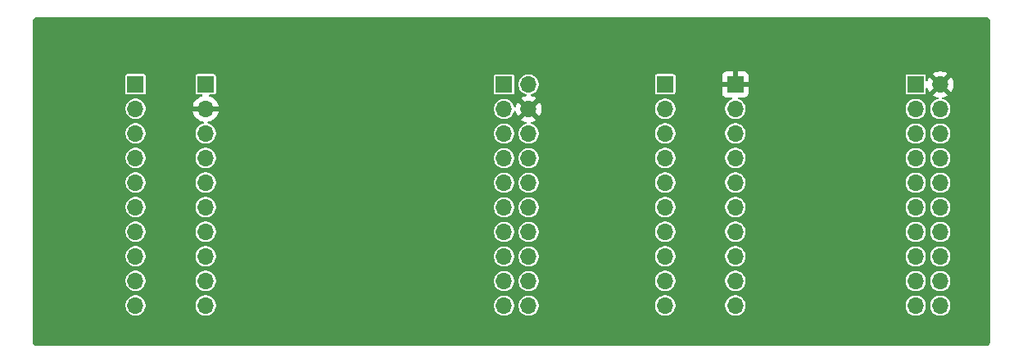
<source format=gbl>
%TF.GenerationSoftware,KiCad,Pcbnew,9.0.0*%
%TF.CreationDate,2025-09-30T11:44:18-04:00*%
%TF.ProjectId,CSC202_LP_MSPM0G3507_2TERM_BREAKOUT,43534332-3032-45f4-9c50-5f4d53504d30,rev?*%
%TF.SameCoordinates,Original*%
%TF.FileFunction,Copper,L2,Bot*%
%TF.FilePolarity,Positive*%
%FSLAX46Y46*%
G04 Gerber Fmt 4.6, Leading zero omitted, Abs format (unit mm)*
G04 Created by KiCad (PCBNEW 9.0.0) date 2025-09-30 11:44:18*
%MOMM*%
%LPD*%
G01*
G04 APERTURE LIST*
%TA.AperFunction,ComponentPad*%
%ADD10O,1.700000X1.700000*%
%TD*%
%TA.AperFunction,ComponentPad*%
%ADD11R,1.700000X1.700000*%
%TD*%
G04 APERTURE END LIST*
D10*
%TO.P,J2,11,PB16*%
%TO.N,/KP_COL3*%
X183466827Y-110311000D03*
%TO.P,J2,12,PB0*%
%TO.N,/SPI_CS1*%
X183466827Y-107771000D03*
%TO.P,J2,13,PB6*%
%TO.N,/SPI_CS0*%
X183466827Y-105231000D03*
%TO.P,J2,14,PB7*%
%TO.N,/SPI_MISO*%
X183466827Y-102691000D03*
%TO.P,J2,15,PB8*%
%TO.N,/SPI_MOSI*%
X183466827Y-100151000D03*
%TO.P,J2,16,NRST*%
%TO.N,/NRST*%
X183466827Y-97611000D03*
%TO.P,J2,17,PB15*%
%TO.N,/KP_COL2*%
X183466827Y-95071000D03*
%TO.P,J2,18,PB17*%
%TO.N,/KP_COL1*%
X183466827Y-92531000D03*
%TO.P,J2,19,PB12*%
%TO.N,/KP_COL0*%
X183466827Y-89991000D03*
%TO.P,J2,20,GND*%
%TO.N,GND*%
X183466827Y-87451000D03*
%TO.P,J2,31,PA13*%
%TO.N,/LED5*%
X180926827Y-110311000D03*
%TO.P,J2,32,PA12*%
%TO.N,/LED4*%
X180926827Y-107771000D03*
%TO.P,J2,33,PA11*%
%TO.N,/LINRX*%
X180926827Y-105231000D03*
%TO.P,J2,34,PA10*%
%TO.N,/LINTX*%
X180926827Y-102691000D03*
%TO.P,J2,35,PB13*%
%TO.N,/LED3*%
X180926827Y-100151000D03*
%TO.P,J2,36,PB20*%
%TO.N,/LED2{slash}DIR_B*%
X180926827Y-97611000D03*
%TO.P,J2,37,PA31*%
%TO.N,/LED1{slash}DIR_A*%
X180926827Y-95071000D03*
%TO.P,J2,38,PA28*%
%TO.N,/LED0{slash}PWM*%
X180926827Y-92531000D03*
%TO.P,J2,39,PB1*%
%TO.N,/KP_ROW3*%
X180926827Y-89991000D03*
D11*
%TO.P,J2,40,PB4*%
%TO.N,/KP_ROW2*%
X180926827Y-87451000D03*
%TD*%
%TO.P,J1,1,3V3*%
%TO.N,+3V3*%
X138382827Y-87451000D03*
D10*
%TO.P,J1,2,PA25*%
%TO.N,/DIG1_EN*%
X138382827Y-89991000D03*
%TO.P,J1,3,PB23/A9*%
%TO.N,/KP_ROW0*%
X138382827Y-92531000D03*
%TO.P,J1,4,PA8*%
%TO.N,/KP_ROW1*%
X138382827Y-95071000D03*
%TO.P,J1,5,PA26*%
%TO.N,/DIG2_EN*%
X138382827Y-97611000D03*
%TO.P,J1,6,PB24*%
%TO.N,/ADC0.5*%
X138382827Y-100151000D03*
%TO.P,J1,7,PB9*%
%TO.N,/SPI_CLK*%
X138382827Y-102691000D03*
%TO.P,J1,8,PA27*%
%TO.N,/DIG3_EN*%
X138382827Y-105231000D03*
%TO.P,J1,9,PB2*%
%TO.N,/I2C_SCL*%
X138382827Y-107771000D03*
%TO.P,J1,10,PB3*%
%TO.N,/I2C_SDA*%
X138382827Y-110311000D03*
%TO.P,J1,21,5V*%
%TO.N,+5V*%
X140922827Y-87451000D03*
%TO.P,J1,22,GND*%
%TO.N,GND*%
X140922827Y-89991000D03*
%TO.P,J1,23,PB19*%
%TO.N,/SW1-1*%
X140922827Y-92531000D03*
%TO.P,J1,24,PA22*%
%TO.N,/SW1-2{slash}ADC0.7*%
X140922827Y-95071000D03*
%TO.P,J1,25,PB18*%
%TO.N,/SW1-3{slash}PB1*%
X140922827Y-97611000D03*
%TO.P,J1,26,PA18*%
%TO.N,/LED_EN*%
X140922827Y-100151000D03*
%TO.P,J1,27,PA24*%
%TO.N,/DIG0_EN*%
X140922827Y-102691000D03*
%TO.P,J1,28,PA17*%
%TO.N,/LED7*%
X140922827Y-105231000D03*
%TO.P,J1,29,PA16/A18*%
%TO.N,/LED6*%
X140922827Y-107771000D03*
%TO.P,J1,30,PA15*%
%TO.N,/SW1-4{slash}PB2*%
X140922827Y-110311000D03*
%TD*%
D11*
%TO.P,J4,1,Pin_1*%
%TO.N,+5V*%
X107533296Y-87431000D03*
D10*
%TO.P,J4,2,Pin_2*%
%TO.N,GND*%
X107533296Y-89971000D03*
%TO.P,J4,3,Pin_3*%
%TO.N,/SW1-1*%
X107533296Y-92511000D03*
%TO.P,J4,4,Pin_4*%
%TO.N,/SW1-2{slash}ADC0.7*%
X107533296Y-95051000D03*
%TO.P,J4,5,Pin_5*%
%TO.N,/SW1-3{slash}PB1*%
X107533296Y-97591000D03*
%TO.P,J4,6,Pin_6*%
%TO.N,/LED_EN*%
X107533296Y-100131000D03*
%TO.P,J4,7,Pin_7*%
%TO.N,/DIG0_EN*%
X107533296Y-102671000D03*
%TO.P,J4,8,Pin_8*%
%TO.N,/LED7*%
X107533296Y-105211000D03*
%TO.P,J4,9,Pin_9*%
%TO.N,/LED6*%
X107533296Y-107751000D03*
%TO.P,J4,10,Pin_10*%
%TO.N,/SW1-4{slash}PB2*%
X107533296Y-110291000D03*
%TD*%
D11*
%TO.P,J6,1,Pin_1*%
%TO.N,GND*%
X162282296Y-87431000D03*
D10*
%TO.P,J6,2,Pin_2*%
%TO.N,/KP_COL0*%
X162282296Y-89971000D03*
%TO.P,J6,3,Pin_3*%
%TO.N,/KP_COL1*%
X162282296Y-92511000D03*
%TO.P,J6,4,Pin_4*%
%TO.N,/KP_COL2*%
X162282296Y-95051000D03*
%TO.P,J6,5,Pin_5*%
%TO.N,/NRST*%
X162282296Y-97591000D03*
%TO.P,J6,6,Pin_6*%
%TO.N,/SPI_MOSI*%
X162282296Y-100131000D03*
%TO.P,J6,7,Pin_7*%
%TO.N,/SPI_MISO*%
X162282296Y-102671000D03*
%TO.P,J6,8,Pin_8*%
%TO.N,/SPI_CS0*%
X162282296Y-105211000D03*
%TO.P,J6,9,Pin_9*%
%TO.N,/SPI_CS1*%
X162282296Y-107751000D03*
%TO.P,J6,10,Pin_10*%
%TO.N,/KP_COL3*%
X162282296Y-110291000D03*
%TD*%
D11*
%TO.P,J3,1,Pin_1*%
%TO.N,+3V3*%
X100283296Y-87431000D03*
D10*
%TO.P,J3,2,Pin_2*%
%TO.N,/DIG1_EN*%
X100283296Y-89971000D03*
%TO.P,J3,3,Pin_3*%
%TO.N,/KP_ROW0*%
X100283296Y-92511000D03*
%TO.P,J3,4,Pin_4*%
%TO.N,/KP_ROW1*%
X100283296Y-95051000D03*
%TO.P,J3,5,Pin_5*%
%TO.N,/DIG2_EN*%
X100283296Y-97591000D03*
%TO.P,J3,6,Pin_6*%
%TO.N,/ADC0.5*%
X100283296Y-100131000D03*
%TO.P,J3,7,Pin_7*%
%TO.N,/SPI_CLK*%
X100283296Y-102671000D03*
%TO.P,J3,8,Pin_8*%
%TO.N,/DIG3_EN*%
X100283296Y-105211000D03*
%TO.P,J3,9,Pin_9*%
%TO.N,/I2C_SCL*%
X100283296Y-107751000D03*
%TO.P,J3,10,Pin_10*%
%TO.N,/I2C_SDA*%
X100283296Y-110291000D03*
%TD*%
D11*
%TO.P,J5,1,Pin_1*%
%TO.N,/KP_ROW2*%
X155032296Y-87431000D03*
D10*
%TO.P,J5,2,Pin_2*%
%TO.N,/KP_ROW3*%
X155032296Y-89971000D03*
%TO.P,J5,3,Pin_3*%
%TO.N,/LED0{slash}PWM*%
X155032296Y-92511000D03*
%TO.P,J5,4,Pin_4*%
%TO.N,/LED1{slash}DIR_A*%
X155032296Y-95051000D03*
%TO.P,J5,5,Pin_5*%
%TO.N,/LED2{slash}DIR_B*%
X155032296Y-97591000D03*
%TO.P,J5,6,Pin_6*%
%TO.N,/LED3*%
X155032296Y-100131000D03*
%TO.P,J5,7,Pin_7*%
%TO.N,/LINTX*%
X155032296Y-102671000D03*
%TO.P,J5,8,Pin_8*%
%TO.N,/LINRX*%
X155032296Y-105211000D03*
%TO.P,J5,9,Pin_9*%
%TO.N,/LED4*%
X155032296Y-107751000D03*
%TO.P,J5,10,Pin_10*%
%TO.N,/LED5*%
X155032296Y-110291000D03*
%TD*%
%TA.AperFunction,Conductor*%
%TO.N,GND*%
G36*
X188145512Y-80491121D02*
G01*
X188240073Y-80501775D01*
X188261669Y-80506705D01*
X188346202Y-80536283D01*
X188366168Y-80545899D01*
X188404079Y-80569720D01*
X188441987Y-80593540D01*
X188459319Y-80607361D01*
X188522638Y-80670680D01*
X188536459Y-80688012D01*
X188584098Y-80763828D01*
X188593718Y-80783803D01*
X188623293Y-80868326D01*
X188628225Y-80889938D01*
X188638877Y-80984470D01*
X188639500Y-80995555D01*
X188639500Y-113984444D01*
X188638877Y-113995528D01*
X188638877Y-113995529D01*
X188628225Y-114090061D01*
X188623293Y-114111673D01*
X188593718Y-114196196D01*
X188584098Y-114216171D01*
X188536459Y-114291987D01*
X188522638Y-114309319D01*
X188459319Y-114372638D01*
X188441987Y-114386459D01*
X188366171Y-114434098D01*
X188346196Y-114443718D01*
X188261673Y-114473293D01*
X188240061Y-114478225D01*
X188145529Y-114488877D01*
X188134444Y-114489500D01*
X90145556Y-114489500D01*
X90134471Y-114488877D01*
X90039938Y-114478225D01*
X90018326Y-114473293D01*
X89933803Y-114443718D01*
X89913828Y-114434098D01*
X89838012Y-114386459D01*
X89820680Y-114372638D01*
X89757361Y-114309319D01*
X89743540Y-114291987D01*
X89695901Y-114216171D01*
X89686283Y-114196202D01*
X89656705Y-114111669D01*
X89651775Y-114090073D01*
X89641121Y-113995512D01*
X89640500Y-113984444D01*
X89640500Y-110187532D01*
X99232796Y-110187532D01*
X99232796Y-110394467D01*
X99273165Y-110597418D01*
X99352354Y-110788597D01*
X99365718Y-110808598D01*
X99467319Y-110960655D01*
X99613641Y-111106977D01*
X99785698Y-111221941D01*
X99976876Y-111301130D01*
X100179831Y-111341500D01*
X100179832Y-111341500D01*
X100386760Y-111341500D01*
X100386761Y-111341500D01*
X100589716Y-111301130D01*
X100780894Y-111221941D01*
X100952951Y-111106977D01*
X101099273Y-110960655D01*
X101214237Y-110788598D01*
X101293426Y-110597420D01*
X101333796Y-110394465D01*
X101333796Y-110187535D01*
X101333795Y-110187532D01*
X106482796Y-110187532D01*
X106482796Y-110394467D01*
X106523165Y-110597418D01*
X106602354Y-110788597D01*
X106615718Y-110808598D01*
X106717319Y-110960655D01*
X106863641Y-111106977D01*
X107035698Y-111221941D01*
X107226876Y-111301130D01*
X107429831Y-111341500D01*
X107429832Y-111341500D01*
X107636760Y-111341500D01*
X107636761Y-111341500D01*
X107839716Y-111301130D01*
X108030894Y-111221941D01*
X108202951Y-111106977D01*
X108349273Y-110960655D01*
X108464237Y-110788598D01*
X108543426Y-110597420D01*
X108583796Y-110394465D01*
X108583796Y-110207532D01*
X137332327Y-110207532D01*
X137332327Y-110414467D01*
X137372696Y-110617418D01*
X137451885Y-110808597D01*
X137566847Y-110980651D01*
X137566850Y-110980655D01*
X137713172Y-111126977D01*
X137885229Y-111241941D01*
X138076407Y-111321130D01*
X138279362Y-111361500D01*
X138279363Y-111361500D01*
X138486291Y-111361500D01*
X138486292Y-111361500D01*
X138689247Y-111321130D01*
X138880425Y-111241941D01*
X139052482Y-111126977D01*
X139198804Y-110980655D01*
X139313768Y-110808598D01*
X139392957Y-110617420D01*
X139433327Y-110414465D01*
X139433327Y-110207535D01*
X139433326Y-110207532D01*
X139872327Y-110207532D01*
X139872327Y-110414467D01*
X139912696Y-110617418D01*
X139991885Y-110808597D01*
X140106847Y-110980651D01*
X140106850Y-110980655D01*
X140253172Y-111126977D01*
X140425229Y-111241941D01*
X140616407Y-111321130D01*
X140819362Y-111361500D01*
X140819363Y-111361500D01*
X141026291Y-111361500D01*
X141026292Y-111361500D01*
X141229247Y-111321130D01*
X141420425Y-111241941D01*
X141592482Y-111126977D01*
X141738804Y-110980655D01*
X141853768Y-110808598D01*
X141932957Y-110617420D01*
X141973327Y-110414465D01*
X141973327Y-110207535D01*
X141973326Y-110207533D01*
X141973326Y-110207527D01*
X141972224Y-110201987D01*
X141972223Y-110201985D01*
X141969348Y-110187532D01*
X153981796Y-110187532D01*
X153981796Y-110394467D01*
X154022165Y-110597418D01*
X154101354Y-110788597D01*
X154114718Y-110808598D01*
X154216319Y-110960655D01*
X154362641Y-111106977D01*
X154534698Y-111221941D01*
X154725876Y-111301130D01*
X154928831Y-111341500D01*
X154928832Y-111341500D01*
X155135760Y-111341500D01*
X155135761Y-111341500D01*
X155338716Y-111301130D01*
X155529894Y-111221941D01*
X155701951Y-111106977D01*
X155848273Y-110960655D01*
X155963237Y-110788598D01*
X156042426Y-110597420D01*
X156082796Y-110394465D01*
X156082796Y-110187535D01*
X156082795Y-110187532D01*
X161231796Y-110187532D01*
X161231796Y-110394467D01*
X161272165Y-110597418D01*
X161351354Y-110788597D01*
X161364718Y-110808598D01*
X161466319Y-110960655D01*
X161612641Y-111106977D01*
X161784698Y-111221941D01*
X161975876Y-111301130D01*
X162178831Y-111341500D01*
X162178832Y-111341500D01*
X162385760Y-111341500D01*
X162385761Y-111341500D01*
X162588716Y-111301130D01*
X162779894Y-111221941D01*
X162951951Y-111106977D01*
X163098273Y-110960655D01*
X163213237Y-110788598D01*
X163292426Y-110597420D01*
X163332796Y-110394465D01*
X163332796Y-110207532D01*
X179876327Y-110207532D01*
X179876327Y-110414467D01*
X179916696Y-110617418D01*
X179995885Y-110808597D01*
X180110847Y-110980651D01*
X180110850Y-110980655D01*
X180257172Y-111126977D01*
X180429229Y-111241941D01*
X180620407Y-111321130D01*
X180823362Y-111361500D01*
X180823363Y-111361500D01*
X181030291Y-111361500D01*
X181030292Y-111361500D01*
X181233247Y-111321130D01*
X181424425Y-111241941D01*
X181596482Y-111126977D01*
X181742804Y-110980655D01*
X181857768Y-110808598D01*
X181936957Y-110617420D01*
X181977327Y-110414465D01*
X181977327Y-110207535D01*
X181977326Y-110207532D01*
X182416327Y-110207532D01*
X182416327Y-110414467D01*
X182456696Y-110617418D01*
X182535885Y-110808597D01*
X182650847Y-110980651D01*
X182650850Y-110980655D01*
X182797172Y-111126977D01*
X182969229Y-111241941D01*
X183160407Y-111321130D01*
X183363362Y-111361500D01*
X183363363Y-111361500D01*
X183570291Y-111361500D01*
X183570292Y-111361500D01*
X183773247Y-111321130D01*
X183964425Y-111241941D01*
X184136482Y-111126977D01*
X184282804Y-110980655D01*
X184397768Y-110808598D01*
X184476957Y-110617420D01*
X184517327Y-110414465D01*
X184517327Y-110207535D01*
X184476957Y-110004580D01*
X184397768Y-109813402D01*
X184282804Y-109641345D01*
X184136482Y-109495023D01*
X184106550Y-109475023D01*
X183964424Y-109380058D01*
X183773245Y-109300869D01*
X183570294Y-109260500D01*
X183570292Y-109260500D01*
X183363362Y-109260500D01*
X183363359Y-109260500D01*
X183160408Y-109300869D01*
X182969229Y-109380058D01*
X182797175Y-109495020D01*
X182650847Y-109641348D01*
X182535885Y-109813402D01*
X182456696Y-110004581D01*
X182416327Y-110207532D01*
X181977326Y-110207532D01*
X181936957Y-110004580D01*
X181857768Y-109813402D01*
X181742804Y-109641345D01*
X181596482Y-109495023D01*
X181566550Y-109475023D01*
X181424424Y-109380058D01*
X181233245Y-109300869D01*
X181030294Y-109260500D01*
X181030292Y-109260500D01*
X180823362Y-109260500D01*
X180823359Y-109260500D01*
X180620408Y-109300869D01*
X180429229Y-109380058D01*
X180257175Y-109495020D01*
X180110847Y-109641348D01*
X179995885Y-109813402D01*
X179916696Y-110004581D01*
X179876327Y-110207532D01*
X163332796Y-110207532D01*
X163332796Y-110187535D01*
X163292426Y-109984580D01*
X163213237Y-109793402D01*
X163098273Y-109621345D01*
X162951951Y-109475023D01*
X162951947Y-109475020D01*
X162779893Y-109360058D01*
X162588714Y-109280869D01*
X162385763Y-109240500D01*
X162385761Y-109240500D01*
X162178831Y-109240500D01*
X162178828Y-109240500D01*
X161975877Y-109280869D01*
X161784698Y-109360058D01*
X161612644Y-109475020D01*
X161466316Y-109621348D01*
X161351354Y-109793402D01*
X161272165Y-109984581D01*
X161231796Y-110187532D01*
X156082795Y-110187532D01*
X156042426Y-109984580D01*
X155963237Y-109793402D01*
X155848273Y-109621345D01*
X155701951Y-109475023D01*
X155701947Y-109475020D01*
X155529893Y-109360058D01*
X155338714Y-109280869D01*
X155135763Y-109240500D01*
X155135761Y-109240500D01*
X154928831Y-109240500D01*
X154928828Y-109240500D01*
X154725877Y-109280869D01*
X154534698Y-109360058D01*
X154362644Y-109475020D01*
X154216316Y-109621348D01*
X154101354Y-109793402D01*
X154022165Y-109984581D01*
X153981796Y-110187532D01*
X141969348Y-110187532D01*
X141932957Y-110004581D01*
X141924672Y-109984580D01*
X141853768Y-109813402D01*
X141738804Y-109641345D01*
X141592482Y-109495023D01*
X141562550Y-109475023D01*
X141420424Y-109380058D01*
X141229245Y-109300869D01*
X141026294Y-109260500D01*
X141026292Y-109260500D01*
X140819362Y-109260500D01*
X140819359Y-109260500D01*
X140616408Y-109300869D01*
X140425229Y-109380058D01*
X140253175Y-109495020D01*
X140106847Y-109641348D01*
X139991885Y-109813402D01*
X139912696Y-110004581D01*
X139872327Y-110207532D01*
X139433326Y-110207532D01*
X139392957Y-110004580D01*
X139313768Y-109813402D01*
X139198804Y-109641345D01*
X139052482Y-109495023D01*
X139022550Y-109475023D01*
X138880424Y-109380058D01*
X138689245Y-109300869D01*
X138486294Y-109260500D01*
X138486292Y-109260500D01*
X138279362Y-109260500D01*
X138279359Y-109260500D01*
X138076408Y-109300869D01*
X137885229Y-109380058D01*
X137713175Y-109495020D01*
X137566847Y-109641348D01*
X137451885Y-109813402D01*
X137372696Y-110004581D01*
X137332327Y-110207532D01*
X108583796Y-110207532D01*
X108583796Y-110187535D01*
X108543426Y-109984580D01*
X108464237Y-109793402D01*
X108349273Y-109621345D01*
X108202951Y-109475023D01*
X108202947Y-109475020D01*
X108030893Y-109360058D01*
X107839714Y-109280869D01*
X107636763Y-109240500D01*
X107636761Y-109240500D01*
X107429831Y-109240500D01*
X107429828Y-109240500D01*
X107226877Y-109280869D01*
X107035698Y-109360058D01*
X106863644Y-109475020D01*
X106717316Y-109621348D01*
X106602354Y-109793402D01*
X106523165Y-109984581D01*
X106482796Y-110187532D01*
X101333795Y-110187532D01*
X101293426Y-109984580D01*
X101214237Y-109793402D01*
X101099273Y-109621345D01*
X100952951Y-109475023D01*
X100952947Y-109475020D01*
X100780893Y-109360058D01*
X100589714Y-109280869D01*
X100386763Y-109240500D01*
X100386761Y-109240500D01*
X100179831Y-109240500D01*
X100179828Y-109240500D01*
X99976877Y-109280869D01*
X99785698Y-109360058D01*
X99613644Y-109475020D01*
X99467316Y-109621348D01*
X99352354Y-109793402D01*
X99273165Y-109984581D01*
X99232796Y-110187532D01*
X89640500Y-110187532D01*
X89640500Y-107647532D01*
X99232796Y-107647532D01*
X99232796Y-107854467D01*
X99273165Y-108057418D01*
X99352354Y-108248597D01*
X99365718Y-108268598D01*
X99467319Y-108420655D01*
X99613641Y-108566977D01*
X99785698Y-108681941D01*
X99976876Y-108761130D01*
X100179831Y-108801500D01*
X100179832Y-108801500D01*
X100386760Y-108801500D01*
X100386761Y-108801500D01*
X100589716Y-108761130D01*
X100780894Y-108681941D01*
X100952951Y-108566977D01*
X101099273Y-108420655D01*
X101214237Y-108248598D01*
X101293426Y-108057420D01*
X101333796Y-107854465D01*
X101333796Y-107647535D01*
X101333795Y-107647532D01*
X106482796Y-107647532D01*
X106482796Y-107854467D01*
X106523165Y-108057418D01*
X106602354Y-108248597D01*
X106615718Y-108268598D01*
X106717319Y-108420655D01*
X106863641Y-108566977D01*
X107035698Y-108681941D01*
X107226876Y-108761130D01*
X107429831Y-108801500D01*
X107429832Y-108801500D01*
X107636760Y-108801500D01*
X107636761Y-108801500D01*
X107839716Y-108761130D01*
X108030894Y-108681941D01*
X108202951Y-108566977D01*
X108349273Y-108420655D01*
X108464237Y-108248598D01*
X108543426Y-108057420D01*
X108583796Y-107854465D01*
X108583796Y-107667532D01*
X137332327Y-107667532D01*
X137332327Y-107874467D01*
X137372696Y-108077418D01*
X137451885Y-108268597D01*
X137566847Y-108440651D01*
X137566850Y-108440655D01*
X137713172Y-108586977D01*
X137885229Y-108701941D01*
X138076407Y-108781130D01*
X138279362Y-108821500D01*
X138279363Y-108821500D01*
X138486291Y-108821500D01*
X138486292Y-108821500D01*
X138689247Y-108781130D01*
X138880425Y-108701941D01*
X139052482Y-108586977D01*
X139198804Y-108440655D01*
X139313768Y-108268598D01*
X139392957Y-108077420D01*
X139433327Y-107874465D01*
X139433327Y-107667535D01*
X139433326Y-107667532D01*
X139872327Y-107667532D01*
X139872327Y-107874467D01*
X139912696Y-108077418D01*
X139991885Y-108268597D01*
X140106847Y-108440651D01*
X140106850Y-108440655D01*
X140253172Y-108586977D01*
X140425229Y-108701941D01*
X140616407Y-108781130D01*
X140819362Y-108821500D01*
X140819363Y-108821500D01*
X141026291Y-108821500D01*
X141026292Y-108821500D01*
X141229247Y-108781130D01*
X141420425Y-108701941D01*
X141592482Y-108586977D01*
X141738804Y-108440655D01*
X141853768Y-108268598D01*
X141932957Y-108077420D01*
X141973327Y-107874465D01*
X141973327Y-107667535D01*
X141973326Y-107667533D01*
X141973326Y-107667527D01*
X141972224Y-107661987D01*
X141972223Y-107661985D01*
X141969348Y-107647532D01*
X153981796Y-107647532D01*
X153981796Y-107854467D01*
X154022165Y-108057418D01*
X154101354Y-108248597D01*
X154114718Y-108268598D01*
X154216319Y-108420655D01*
X154362641Y-108566977D01*
X154534698Y-108681941D01*
X154725876Y-108761130D01*
X154928831Y-108801500D01*
X154928832Y-108801500D01*
X155135760Y-108801500D01*
X155135761Y-108801500D01*
X155338716Y-108761130D01*
X155529894Y-108681941D01*
X155701951Y-108566977D01*
X155848273Y-108420655D01*
X155963237Y-108248598D01*
X156042426Y-108057420D01*
X156082796Y-107854465D01*
X156082796Y-107647535D01*
X156082795Y-107647532D01*
X161231796Y-107647532D01*
X161231796Y-107854467D01*
X161272165Y-108057418D01*
X161351354Y-108248597D01*
X161364718Y-108268598D01*
X161466319Y-108420655D01*
X161612641Y-108566977D01*
X161784698Y-108681941D01*
X161975876Y-108761130D01*
X162178831Y-108801500D01*
X162178832Y-108801500D01*
X162385760Y-108801500D01*
X162385761Y-108801500D01*
X162588716Y-108761130D01*
X162779894Y-108681941D01*
X162951951Y-108566977D01*
X163098273Y-108420655D01*
X163213237Y-108248598D01*
X163292426Y-108057420D01*
X163332796Y-107854465D01*
X163332796Y-107667532D01*
X179876327Y-107667532D01*
X179876327Y-107874467D01*
X179916696Y-108077418D01*
X179995885Y-108268597D01*
X180110847Y-108440651D01*
X180110850Y-108440655D01*
X180257172Y-108586977D01*
X180429229Y-108701941D01*
X180620407Y-108781130D01*
X180823362Y-108821500D01*
X180823363Y-108821500D01*
X181030291Y-108821500D01*
X181030292Y-108821500D01*
X181233247Y-108781130D01*
X181424425Y-108701941D01*
X181596482Y-108586977D01*
X181742804Y-108440655D01*
X181857768Y-108268598D01*
X181936957Y-108077420D01*
X181977327Y-107874465D01*
X181977327Y-107667535D01*
X181977326Y-107667532D01*
X182416327Y-107667532D01*
X182416327Y-107874467D01*
X182456696Y-108077418D01*
X182535885Y-108268597D01*
X182650847Y-108440651D01*
X182650850Y-108440655D01*
X182797172Y-108586977D01*
X182969229Y-108701941D01*
X183160407Y-108781130D01*
X183363362Y-108821500D01*
X183363363Y-108821500D01*
X183570291Y-108821500D01*
X183570292Y-108821500D01*
X183773247Y-108781130D01*
X183964425Y-108701941D01*
X184136482Y-108586977D01*
X184282804Y-108440655D01*
X184397768Y-108268598D01*
X184476957Y-108077420D01*
X184517327Y-107874465D01*
X184517327Y-107667535D01*
X184476957Y-107464580D01*
X184397768Y-107273402D01*
X184282804Y-107101345D01*
X184136482Y-106955023D01*
X184106550Y-106935023D01*
X183964424Y-106840058D01*
X183773245Y-106760869D01*
X183570294Y-106720500D01*
X183570292Y-106720500D01*
X183363362Y-106720500D01*
X183363359Y-106720500D01*
X183160408Y-106760869D01*
X182969229Y-106840058D01*
X182797175Y-106955020D01*
X182650847Y-107101348D01*
X182535885Y-107273402D01*
X182456696Y-107464581D01*
X182416327Y-107667532D01*
X181977326Y-107667532D01*
X181936957Y-107464580D01*
X181857768Y-107273402D01*
X181742804Y-107101345D01*
X181596482Y-106955023D01*
X181566550Y-106935023D01*
X181424424Y-106840058D01*
X181233245Y-106760869D01*
X181030294Y-106720500D01*
X181030292Y-106720500D01*
X180823362Y-106720500D01*
X180823359Y-106720500D01*
X180620408Y-106760869D01*
X180429229Y-106840058D01*
X180257175Y-106955020D01*
X180110847Y-107101348D01*
X179995885Y-107273402D01*
X179916696Y-107464581D01*
X179876327Y-107667532D01*
X163332796Y-107667532D01*
X163332796Y-107647535D01*
X163292426Y-107444580D01*
X163213237Y-107253402D01*
X163098273Y-107081345D01*
X162951951Y-106935023D01*
X162951947Y-106935020D01*
X162779893Y-106820058D01*
X162588714Y-106740869D01*
X162385763Y-106700500D01*
X162385761Y-106700500D01*
X162178831Y-106700500D01*
X162178828Y-106700500D01*
X161975877Y-106740869D01*
X161784698Y-106820058D01*
X161612644Y-106935020D01*
X161466316Y-107081348D01*
X161351354Y-107253402D01*
X161272165Y-107444581D01*
X161231796Y-107647532D01*
X156082795Y-107647532D01*
X156042426Y-107444580D01*
X155963237Y-107253402D01*
X155848273Y-107081345D01*
X155701951Y-106935023D01*
X155701947Y-106935020D01*
X155529893Y-106820058D01*
X155338714Y-106740869D01*
X155135763Y-106700500D01*
X155135761Y-106700500D01*
X154928831Y-106700500D01*
X154928828Y-106700500D01*
X154725877Y-106740869D01*
X154534698Y-106820058D01*
X154362644Y-106935020D01*
X154216316Y-107081348D01*
X154101354Y-107253402D01*
X154022165Y-107444581D01*
X153981796Y-107647532D01*
X141969348Y-107647532D01*
X141932957Y-107464581D01*
X141924672Y-107444580D01*
X141853768Y-107273402D01*
X141738804Y-107101345D01*
X141592482Y-106955023D01*
X141562550Y-106935023D01*
X141420424Y-106840058D01*
X141229245Y-106760869D01*
X141026294Y-106720500D01*
X141026292Y-106720500D01*
X140819362Y-106720500D01*
X140819359Y-106720500D01*
X140616408Y-106760869D01*
X140425229Y-106840058D01*
X140253175Y-106955020D01*
X140106847Y-107101348D01*
X139991885Y-107273402D01*
X139912696Y-107464581D01*
X139872327Y-107667532D01*
X139433326Y-107667532D01*
X139392957Y-107464580D01*
X139313768Y-107273402D01*
X139198804Y-107101345D01*
X139052482Y-106955023D01*
X139022550Y-106935023D01*
X138880424Y-106840058D01*
X138689245Y-106760869D01*
X138486294Y-106720500D01*
X138486292Y-106720500D01*
X138279362Y-106720500D01*
X138279359Y-106720500D01*
X138076408Y-106760869D01*
X137885229Y-106840058D01*
X137713175Y-106955020D01*
X137566847Y-107101348D01*
X137451885Y-107273402D01*
X137372696Y-107464581D01*
X137332327Y-107667532D01*
X108583796Y-107667532D01*
X108583796Y-107647535D01*
X108543426Y-107444580D01*
X108464237Y-107253402D01*
X108349273Y-107081345D01*
X108202951Y-106935023D01*
X108202947Y-106935020D01*
X108030893Y-106820058D01*
X107839714Y-106740869D01*
X107636763Y-106700500D01*
X107636761Y-106700500D01*
X107429831Y-106700500D01*
X107429828Y-106700500D01*
X107226877Y-106740869D01*
X107035698Y-106820058D01*
X106863644Y-106935020D01*
X106717316Y-107081348D01*
X106602354Y-107253402D01*
X106523165Y-107444581D01*
X106482796Y-107647532D01*
X101333795Y-107647532D01*
X101293426Y-107444580D01*
X101214237Y-107253402D01*
X101099273Y-107081345D01*
X100952951Y-106935023D01*
X100952947Y-106935020D01*
X100780893Y-106820058D01*
X100589714Y-106740869D01*
X100386763Y-106700500D01*
X100386761Y-106700500D01*
X100179831Y-106700500D01*
X100179828Y-106700500D01*
X99976877Y-106740869D01*
X99785698Y-106820058D01*
X99613644Y-106935020D01*
X99467316Y-107081348D01*
X99352354Y-107253402D01*
X99273165Y-107444581D01*
X99232796Y-107647532D01*
X89640500Y-107647532D01*
X89640500Y-105107532D01*
X99232796Y-105107532D01*
X99232796Y-105314467D01*
X99273165Y-105517418D01*
X99352354Y-105708597D01*
X99365718Y-105728598D01*
X99467319Y-105880655D01*
X99613641Y-106026977D01*
X99785698Y-106141941D01*
X99976876Y-106221130D01*
X100179831Y-106261500D01*
X100179832Y-106261500D01*
X100386760Y-106261500D01*
X100386761Y-106261500D01*
X100589716Y-106221130D01*
X100780894Y-106141941D01*
X100952951Y-106026977D01*
X101099273Y-105880655D01*
X101214237Y-105708598D01*
X101293426Y-105517420D01*
X101333796Y-105314465D01*
X101333796Y-105107535D01*
X101333795Y-105107532D01*
X106482796Y-105107532D01*
X106482796Y-105314467D01*
X106523165Y-105517418D01*
X106602354Y-105708597D01*
X106615718Y-105728598D01*
X106717319Y-105880655D01*
X106863641Y-106026977D01*
X107035698Y-106141941D01*
X107226876Y-106221130D01*
X107429831Y-106261500D01*
X107429832Y-106261500D01*
X107636760Y-106261500D01*
X107636761Y-106261500D01*
X107839716Y-106221130D01*
X108030894Y-106141941D01*
X108202951Y-106026977D01*
X108349273Y-105880655D01*
X108464237Y-105708598D01*
X108543426Y-105517420D01*
X108583796Y-105314465D01*
X108583796Y-105127532D01*
X137332327Y-105127532D01*
X137332327Y-105334467D01*
X137372696Y-105537418D01*
X137451885Y-105728597D01*
X137566847Y-105900651D01*
X137566850Y-105900655D01*
X137713172Y-106046977D01*
X137885229Y-106161941D01*
X138076407Y-106241130D01*
X138279362Y-106281500D01*
X138279363Y-106281500D01*
X138486291Y-106281500D01*
X138486292Y-106281500D01*
X138689247Y-106241130D01*
X138880425Y-106161941D01*
X139052482Y-106046977D01*
X139198804Y-105900655D01*
X139313768Y-105728598D01*
X139392957Y-105537420D01*
X139433327Y-105334465D01*
X139433327Y-105127535D01*
X139433326Y-105127532D01*
X139872327Y-105127532D01*
X139872327Y-105334467D01*
X139912696Y-105537418D01*
X139991885Y-105728597D01*
X140106847Y-105900651D01*
X140106850Y-105900655D01*
X140253172Y-106046977D01*
X140425229Y-106161941D01*
X140616407Y-106241130D01*
X140819362Y-106281500D01*
X140819363Y-106281500D01*
X141026291Y-106281500D01*
X141026292Y-106281500D01*
X141229247Y-106241130D01*
X141420425Y-106161941D01*
X141592482Y-106046977D01*
X141738804Y-105900655D01*
X141853768Y-105728598D01*
X141932957Y-105537420D01*
X141973327Y-105334465D01*
X141973327Y-105127535D01*
X141973326Y-105127533D01*
X141973326Y-105127527D01*
X141972224Y-105121987D01*
X141972223Y-105121985D01*
X141969348Y-105107532D01*
X153981796Y-105107532D01*
X153981796Y-105314467D01*
X154022165Y-105517418D01*
X154101354Y-105708597D01*
X154114718Y-105728598D01*
X154216319Y-105880655D01*
X154362641Y-106026977D01*
X154534698Y-106141941D01*
X154725876Y-106221130D01*
X154928831Y-106261500D01*
X154928832Y-106261500D01*
X155135760Y-106261500D01*
X155135761Y-106261500D01*
X155338716Y-106221130D01*
X155529894Y-106141941D01*
X155701951Y-106026977D01*
X155848273Y-105880655D01*
X155963237Y-105708598D01*
X156042426Y-105517420D01*
X156082796Y-105314465D01*
X156082796Y-105107535D01*
X156082795Y-105107532D01*
X161231796Y-105107532D01*
X161231796Y-105314467D01*
X161272165Y-105517418D01*
X161351354Y-105708597D01*
X161364718Y-105728598D01*
X161466319Y-105880655D01*
X161612641Y-106026977D01*
X161784698Y-106141941D01*
X161975876Y-106221130D01*
X162178831Y-106261500D01*
X162178832Y-106261500D01*
X162385760Y-106261500D01*
X162385761Y-106261500D01*
X162588716Y-106221130D01*
X162779894Y-106141941D01*
X162951951Y-106026977D01*
X163098273Y-105880655D01*
X163213237Y-105708598D01*
X163292426Y-105517420D01*
X163332796Y-105314465D01*
X163332796Y-105127532D01*
X179876327Y-105127532D01*
X179876327Y-105334467D01*
X179916696Y-105537418D01*
X179995885Y-105728597D01*
X180110847Y-105900651D01*
X180110850Y-105900655D01*
X180257172Y-106046977D01*
X180429229Y-106161941D01*
X180620407Y-106241130D01*
X180823362Y-106281500D01*
X180823363Y-106281500D01*
X181030291Y-106281500D01*
X181030292Y-106281500D01*
X181233247Y-106241130D01*
X181424425Y-106161941D01*
X181596482Y-106046977D01*
X181742804Y-105900655D01*
X181857768Y-105728598D01*
X181936957Y-105537420D01*
X181977327Y-105334465D01*
X181977327Y-105127535D01*
X181977326Y-105127532D01*
X182416327Y-105127532D01*
X182416327Y-105334467D01*
X182456696Y-105537418D01*
X182535885Y-105728597D01*
X182650847Y-105900651D01*
X182650850Y-105900655D01*
X182797172Y-106046977D01*
X182969229Y-106161941D01*
X183160407Y-106241130D01*
X183363362Y-106281500D01*
X183363363Y-106281500D01*
X183570291Y-106281500D01*
X183570292Y-106281500D01*
X183773247Y-106241130D01*
X183964425Y-106161941D01*
X184136482Y-106046977D01*
X184282804Y-105900655D01*
X184397768Y-105728598D01*
X184476957Y-105537420D01*
X184517327Y-105334465D01*
X184517327Y-105127535D01*
X184476957Y-104924580D01*
X184397768Y-104733402D01*
X184282804Y-104561345D01*
X184136482Y-104415023D01*
X184106550Y-104395023D01*
X183964424Y-104300058D01*
X183773245Y-104220869D01*
X183570294Y-104180500D01*
X183570292Y-104180500D01*
X183363362Y-104180500D01*
X183363359Y-104180500D01*
X183160408Y-104220869D01*
X182969229Y-104300058D01*
X182797175Y-104415020D01*
X182650847Y-104561348D01*
X182535885Y-104733402D01*
X182456696Y-104924581D01*
X182416327Y-105127532D01*
X181977326Y-105127532D01*
X181936957Y-104924580D01*
X181857768Y-104733402D01*
X181742804Y-104561345D01*
X181596482Y-104415023D01*
X181566550Y-104395023D01*
X181424424Y-104300058D01*
X181233245Y-104220869D01*
X181030294Y-104180500D01*
X181030292Y-104180500D01*
X180823362Y-104180500D01*
X180823359Y-104180500D01*
X180620408Y-104220869D01*
X180429229Y-104300058D01*
X180257175Y-104415020D01*
X180110847Y-104561348D01*
X179995885Y-104733402D01*
X179916696Y-104924581D01*
X179876327Y-105127532D01*
X163332796Y-105127532D01*
X163332796Y-105107535D01*
X163292426Y-104904580D01*
X163213237Y-104713402D01*
X163098273Y-104541345D01*
X162951951Y-104395023D01*
X162951947Y-104395020D01*
X162779893Y-104280058D01*
X162588714Y-104200869D01*
X162385763Y-104160500D01*
X162385761Y-104160500D01*
X162178831Y-104160500D01*
X162178828Y-104160500D01*
X161975877Y-104200869D01*
X161784698Y-104280058D01*
X161612644Y-104395020D01*
X161466316Y-104541348D01*
X161351354Y-104713402D01*
X161272165Y-104904581D01*
X161231796Y-105107532D01*
X156082795Y-105107532D01*
X156042426Y-104904580D01*
X155963237Y-104713402D01*
X155848273Y-104541345D01*
X155701951Y-104395023D01*
X155701947Y-104395020D01*
X155529893Y-104280058D01*
X155338714Y-104200869D01*
X155135763Y-104160500D01*
X155135761Y-104160500D01*
X154928831Y-104160500D01*
X154928828Y-104160500D01*
X154725877Y-104200869D01*
X154534698Y-104280058D01*
X154362644Y-104395020D01*
X154216316Y-104541348D01*
X154101354Y-104713402D01*
X154022165Y-104904581D01*
X153981796Y-105107532D01*
X141969348Y-105107532D01*
X141932957Y-104924581D01*
X141924672Y-104904580D01*
X141853768Y-104733402D01*
X141738804Y-104561345D01*
X141592482Y-104415023D01*
X141562550Y-104395023D01*
X141420424Y-104300058D01*
X141229245Y-104220869D01*
X141026294Y-104180500D01*
X141026292Y-104180500D01*
X140819362Y-104180500D01*
X140819359Y-104180500D01*
X140616408Y-104220869D01*
X140425229Y-104300058D01*
X140253175Y-104415020D01*
X140106847Y-104561348D01*
X139991885Y-104733402D01*
X139912696Y-104924581D01*
X139872327Y-105127532D01*
X139433326Y-105127532D01*
X139392957Y-104924580D01*
X139313768Y-104733402D01*
X139198804Y-104561345D01*
X139052482Y-104415023D01*
X139022550Y-104395023D01*
X138880424Y-104300058D01*
X138689245Y-104220869D01*
X138486294Y-104180500D01*
X138486292Y-104180500D01*
X138279362Y-104180500D01*
X138279359Y-104180500D01*
X138076408Y-104220869D01*
X137885229Y-104300058D01*
X137713175Y-104415020D01*
X137566847Y-104561348D01*
X137451885Y-104733402D01*
X137372696Y-104924581D01*
X137332327Y-105127532D01*
X108583796Y-105127532D01*
X108583796Y-105107535D01*
X108543426Y-104904580D01*
X108464237Y-104713402D01*
X108349273Y-104541345D01*
X108202951Y-104395023D01*
X108202947Y-104395020D01*
X108030893Y-104280058D01*
X107839714Y-104200869D01*
X107636763Y-104160500D01*
X107636761Y-104160500D01*
X107429831Y-104160500D01*
X107429828Y-104160500D01*
X107226877Y-104200869D01*
X107035698Y-104280058D01*
X106863644Y-104395020D01*
X106717316Y-104541348D01*
X106602354Y-104713402D01*
X106523165Y-104904581D01*
X106482796Y-105107532D01*
X101333795Y-105107532D01*
X101293426Y-104904580D01*
X101214237Y-104713402D01*
X101099273Y-104541345D01*
X100952951Y-104395023D01*
X100952947Y-104395020D01*
X100780893Y-104280058D01*
X100589714Y-104200869D01*
X100386763Y-104160500D01*
X100386761Y-104160500D01*
X100179831Y-104160500D01*
X100179828Y-104160500D01*
X99976877Y-104200869D01*
X99785698Y-104280058D01*
X99613644Y-104395020D01*
X99467316Y-104541348D01*
X99352354Y-104713402D01*
X99273165Y-104904581D01*
X99232796Y-105107532D01*
X89640500Y-105107532D01*
X89640500Y-102567532D01*
X99232796Y-102567532D01*
X99232796Y-102774467D01*
X99273165Y-102977418D01*
X99352354Y-103168597D01*
X99365718Y-103188598D01*
X99467319Y-103340655D01*
X99613641Y-103486977D01*
X99785698Y-103601941D01*
X99976876Y-103681130D01*
X100179831Y-103721500D01*
X100179832Y-103721500D01*
X100386760Y-103721500D01*
X100386761Y-103721500D01*
X100589716Y-103681130D01*
X100780894Y-103601941D01*
X100952951Y-103486977D01*
X101099273Y-103340655D01*
X101214237Y-103168598D01*
X101293426Y-102977420D01*
X101333796Y-102774465D01*
X101333796Y-102567535D01*
X101333795Y-102567532D01*
X106482796Y-102567532D01*
X106482796Y-102774467D01*
X106523165Y-102977418D01*
X106602354Y-103168597D01*
X106615718Y-103188598D01*
X106717319Y-103340655D01*
X106863641Y-103486977D01*
X107035698Y-103601941D01*
X107226876Y-103681130D01*
X107429831Y-103721500D01*
X107429832Y-103721500D01*
X107636760Y-103721500D01*
X107636761Y-103721500D01*
X107839716Y-103681130D01*
X108030894Y-103601941D01*
X108202951Y-103486977D01*
X108349273Y-103340655D01*
X108464237Y-103168598D01*
X108543426Y-102977420D01*
X108583796Y-102774465D01*
X108583796Y-102587532D01*
X137332327Y-102587532D01*
X137332327Y-102794467D01*
X137372696Y-102997418D01*
X137451885Y-103188597D01*
X137566847Y-103360651D01*
X137566850Y-103360655D01*
X137713172Y-103506977D01*
X137885229Y-103621941D01*
X138076407Y-103701130D01*
X138279362Y-103741500D01*
X138279363Y-103741500D01*
X138486291Y-103741500D01*
X138486292Y-103741500D01*
X138689247Y-103701130D01*
X138880425Y-103621941D01*
X139052482Y-103506977D01*
X139198804Y-103360655D01*
X139313768Y-103188598D01*
X139392957Y-102997420D01*
X139433327Y-102794465D01*
X139433327Y-102587535D01*
X139433326Y-102587532D01*
X139872327Y-102587532D01*
X139872327Y-102794467D01*
X139912696Y-102997418D01*
X139991885Y-103188597D01*
X140106847Y-103360651D01*
X140106850Y-103360655D01*
X140253172Y-103506977D01*
X140425229Y-103621941D01*
X140616407Y-103701130D01*
X140819362Y-103741500D01*
X140819363Y-103741500D01*
X141026291Y-103741500D01*
X141026292Y-103741500D01*
X141229247Y-103701130D01*
X141420425Y-103621941D01*
X141592482Y-103506977D01*
X141738804Y-103360655D01*
X141853768Y-103188598D01*
X141932957Y-102997420D01*
X141973327Y-102794465D01*
X141973327Y-102587535D01*
X141973326Y-102587533D01*
X141973326Y-102587527D01*
X141972224Y-102581987D01*
X141972223Y-102581985D01*
X141969348Y-102567532D01*
X153981796Y-102567532D01*
X153981796Y-102774467D01*
X154022165Y-102977418D01*
X154101354Y-103168597D01*
X154114718Y-103188598D01*
X154216319Y-103340655D01*
X154362641Y-103486977D01*
X154534698Y-103601941D01*
X154725876Y-103681130D01*
X154928831Y-103721500D01*
X154928832Y-103721500D01*
X155135760Y-103721500D01*
X155135761Y-103721500D01*
X155338716Y-103681130D01*
X155529894Y-103601941D01*
X155701951Y-103486977D01*
X155848273Y-103340655D01*
X155963237Y-103168598D01*
X156042426Y-102977420D01*
X156082796Y-102774465D01*
X156082796Y-102567535D01*
X156082795Y-102567532D01*
X161231796Y-102567532D01*
X161231796Y-102774467D01*
X161272165Y-102977418D01*
X161351354Y-103168597D01*
X161364718Y-103188598D01*
X161466319Y-103340655D01*
X161612641Y-103486977D01*
X161784698Y-103601941D01*
X161975876Y-103681130D01*
X162178831Y-103721500D01*
X162178832Y-103721500D01*
X162385760Y-103721500D01*
X162385761Y-103721500D01*
X162588716Y-103681130D01*
X162779894Y-103601941D01*
X162951951Y-103486977D01*
X163098273Y-103340655D01*
X163213237Y-103168598D01*
X163292426Y-102977420D01*
X163332796Y-102774465D01*
X163332796Y-102587532D01*
X179876327Y-102587532D01*
X179876327Y-102794467D01*
X179916696Y-102997418D01*
X179995885Y-103188597D01*
X180110847Y-103360651D01*
X180110850Y-103360655D01*
X180257172Y-103506977D01*
X180429229Y-103621941D01*
X180620407Y-103701130D01*
X180823362Y-103741500D01*
X180823363Y-103741500D01*
X181030291Y-103741500D01*
X181030292Y-103741500D01*
X181233247Y-103701130D01*
X181424425Y-103621941D01*
X181596482Y-103506977D01*
X181742804Y-103360655D01*
X181857768Y-103188598D01*
X181936957Y-102997420D01*
X181977327Y-102794465D01*
X181977327Y-102587535D01*
X181977326Y-102587532D01*
X182416327Y-102587532D01*
X182416327Y-102794467D01*
X182456696Y-102997418D01*
X182535885Y-103188597D01*
X182650847Y-103360651D01*
X182650850Y-103360655D01*
X182797172Y-103506977D01*
X182969229Y-103621941D01*
X183160407Y-103701130D01*
X183363362Y-103741500D01*
X183363363Y-103741500D01*
X183570291Y-103741500D01*
X183570292Y-103741500D01*
X183773247Y-103701130D01*
X183964425Y-103621941D01*
X184136482Y-103506977D01*
X184282804Y-103360655D01*
X184397768Y-103188598D01*
X184476957Y-102997420D01*
X184517327Y-102794465D01*
X184517327Y-102587535D01*
X184476957Y-102384580D01*
X184397768Y-102193402D01*
X184282804Y-102021345D01*
X184136482Y-101875023D01*
X184106550Y-101855023D01*
X183964424Y-101760058D01*
X183773245Y-101680869D01*
X183570294Y-101640500D01*
X183570292Y-101640500D01*
X183363362Y-101640500D01*
X183363359Y-101640500D01*
X183160408Y-101680869D01*
X182969229Y-101760058D01*
X182797175Y-101875020D01*
X182650847Y-102021348D01*
X182535885Y-102193402D01*
X182456696Y-102384581D01*
X182416327Y-102587532D01*
X181977326Y-102587532D01*
X181936957Y-102384580D01*
X181857768Y-102193402D01*
X181742804Y-102021345D01*
X181596482Y-101875023D01*
X181566550Y-101855023D01*
X181424424Y-101760058D01*
X181233245Y-101680869D01*
X181030294Y-101640500D01*
X181030292Y-101640500D01*
X180823362Y-101640500D01*
X180823359Y-101640500D01*
X180620408Y-101680869D01*
X180429229Y-101760058D01*
X180257175Y-101875020D01*
X180110847Y-102021348D01*
X179995885Y-102193402D01*
X179916696Y-102384581D01*
X179876327Y-102587532D01*
X163332796Y-102587532D01*
X163332796Y-102567535D01*
X163292426Y-102364580D01*
X163213237Y-102173402D01*
X163098273Y-102001345D01*
X162951951Y-101855023D01*
X162951947Y-101855020D01*
X162779893Y-101740058D01*
X162588714Y-101660869D01*
X162385763Y-101620500D01*
X162385761Y-101620500D01*
X162178831Y-101620500D01*
X162178828Y-101620500D01*
X161975877Y-101660869D01*
X161784698Y-101740058D01*
X161612644Y-101855020D01*
X161466316Y-102001348D01*
X161351354Y-102173402D01*
X161272165Y-102364581D01*
X161231796Y-102567532D01*
X156082795Y-102567532D01*
X156042426Y-102364580D01*
X155963237Y-102173402D01*
X155848273Y-102001345D01*
X155701951Y-101855023D01*
X155701947Y-101855020D01*
X155529893Y-101740058D01*
X155338714Y-101660869D01*
X155135763Y-101620500D01*
X155135761Y-101620500D01*
X154928831Y-101620500D01*
X154928828Y-101620500D01*
X154725877Y-101660869D01*
X154534698Y-101740058D01*
X154362644Y-101855020D01*
X154216316Y-102001348D01*
X154101354Y-102173402D01*
X154022165Y-102364581D01*
X153981796Y-102567532D01*
X141969348Y-102567532D01*
X141932957Y-102384581D01*
X141924672Y-102364580D01*
X141853768Y-102193402D01*
X141738804Y-102021345D01*
X141592482Y-101875023D01*
X141562550Y-101855023D01*
X141420424Y-101760058D01*
X141229245Y-101680869D01*
X141026294Y-101640500D01*
X141026292Y-101640500D01*
X140819362Y-101640500D01*
X140819359Y-101640500D01*
X140616408Y-101680869D01*
X140425229Y-101760058D01*
X140253175Y-101875020D01*
X140106847Y-102021348D01*
X139991885Y-102193402D01*
X139912696Y-102384581D01*
X139872327Y-102587532D01*
X139433326Y-102587532D01*
X139392957Y-102384580D01*
X139313768Y-102193402D01*
X139198804Y-102021345D01*
X139052482Y-101875023D01*
X139022550Y-101855023D01*
X138880424Y-101760058D01*
X138689245Y-101680869D01*
X138486294Y-101640500D01*
X138486292Y-101640500D01*
X138279362Y-101640500D01*
X138279359Y-101640500D01*
X138076408Y-101680869D01*
X137885229Y-101760058D01*
X137713175Y-101875020D01*
X137566847Y-102021348D01*
X137451885Y-102193402D01*
X137372696Y-102384581D01*
X137332327Y-102587532D01*
X108583796Y-102587532D01*
X108583796Y-102567535D01*
X108543426Y-102364580D01*
X108464237Y-102173402D01*
X108349273Y-102001345D01*
X108202951Y-101855023D01*
X108202947Y-101855020D01*
X108030893Y-101740058D01*
X107839714Y-101660869D01*
X107636763Y-101620500D01*
X107636761Y-101620500D01*
X107429831Y-101620500D01*
X107429828Y-101620500D01*
X107226877Y-101660869D01*
X107035698Y-101740058D01*
X106863644Y-101855020D01*
X106717316Y-102001348D01*
X106602354Y-102173402D01*
X106523165Y-102364581D01*
X106482796Y-102567532D01*
X101333795Y-102567532D01*
X101293426Y-102364580D01*
X101214237Y-102173402D01*
X101099273Y-102001345D01*
X100952951Y-101855023D01*
X100952947Y-101855020D01*
X100780893Y-101740058D01*
X100589714Y-101660869D01*
X100386763Y-101620500D01*
X100386761Y-101620500D01*
X100179831Y-101620500D01*
X100179828Y-101620500D01*
X99976877Y-101660869D01*
X99785698Y-101740058D01*
X99613644Y-101855020D01*
X99467316Y-102001348D01*
X99352354Y-102173402D01*
X99273165Y-102364581D01*
X99232796Y-102567532D01*
X89640500Y-102567532D01*
X89640500Y-100027532D01*
X99232796Y-100027532D01*
X99232796Y-100234467D01*
X99273165Y-100437418D01*
X99352354Y-100628597D01*
X99365718Y-100648598D01*
X99467319Y-100800655D01*
X99613641Y-100946977D01*
X99785698Y-101061941D01*
X99976876Y-101141130D01*
X100179831Y-101181500D01*
X100179832Y-101181500D01*
X100386760Y-101181500D01*
X100386761Y-101181500D01*
X100589716Y-101141130D01*
X100780894Y-101061941D01*
X100952951Y-100946977D01*
X101099273Y-100800655D01*
X101214237Y-100628598D01*
X101293426Y-100437420D01*
X101333796Y-100234465D01*
X101333796Y-100027535D01*
X101333795Y-100027532D01*
X106482796Y-100027532D01*
X106482796Y-100234467D01*
X106523165Y-100437418D01*
X106602354Y-100628597D01*
X106615718Y-100648598D01*
X106717319Y-100800655D01*
X106863641Y-100946977D01*
X107035698Y-101061941D01*
X107226876Y-101141130D01*
X107429831Y-101181500D01*
X107429832Y-101181500D01*
X107636760Y-101181500D01*
X107636761Y-101181500D01*
X107839716Y-101141130D01*
X108030894Y-101061941D01*
X108202951Y-100946977D01*
X108349273Y-100800655D01*
X108464237Y-100628598D01*
X108543426Y-100437420D01*
X108583796Y-100234465D01*
X108583796Y-100047532D01*
X137332327Y-100047532D01*
X137332327Y-100254467D01*
X137372696Y-100457418D01*
X137451885Y-100648597D01*
X137566847Y-100820651D01*
X137566850Y-100820655D01*
X137713172Y-100966977D01*
X137885229Y-101081941D01*
X138076407Y-101161130D01*
X138279362Y-101201500D01*
X138279363Y-101201500D01*
X138486291Y-101201500D01*
X138486292Y-101201500D01*
X138689247Y-101161130D01*
X138880425Y-101081941D01*
X139052482Y-100966977D01*
X139198804Y-100820655D01*
X139313768Y-100648598D01*
X139392957Y-100457420D01*
X139433327Y-100254465D01*
X139433327Y-100047535D01*
X139433326Y-100047532D01*
X139872327Y-100047532D01*
X139872327Y-100254467D01*
X139912696Y-100457418D01*
X139991885Y-100648597D01*
X140106847Y-100820651D01*
X140106850Y-100820655D01*
X140253172Y-100966977D01*
X140425229Y-101081941D01*
X140616407Y-101161130D01*
X140819362Y-101201500D01*
X140819363Y-101201500D01*
X141026291Y-101201500D01*
X141026292Y-101201500D01*
X141229247Y-101161130D01*
X141420425Y-101081941D01*
X141592482Y-100966977D01*
X141738804Y-100820655D01*
X141853768Y-100648598D01*
X141932957Y-100457420D01*
X141973327Y-100254465D01*
X141973327Y-100047535D01*
X141973326Y-100047533D01*
X141973326Y-100047527D01*
X141972224Y-100041987D01*
X141972223Y-100041985D01*
X141969348Y-100027532D01*
X153981796Y-100027532D01*
X153981796Y-100234467D01*
X154022165Y-100437418D01*
X154101354Y-100628597D01*
X154114718Y-100648598D01*
X154216319Y-100800655D01*
X154362641Y-100946977D01*
X154534698Y-101061941D01*
X154725876Y-101141130D01*
X154928831Y-101181500D01*
X154928832Y-101181500D01*
X155135760Y-101181500D01*
X155135761Y-101181500D01*
X155338716Y-101141130D01*
X155529894Y-101061941D01*
X155701951Y-100946977D01*
X155848273Y-100800655D01*
X155963237Y-100628598D01*
X156042426Y-100437420D01*
X156082796Y-100234465D01*
X156082796Y-100027535D01*
X156082795Y-100027532D01*
X161231796Y-100027532D01*
X161231796Y-100234467D01*
X161272165Y-100437418D01*
X161351354Y-100628597D01*
X161364718Y-100648598D01*
X161466319Y-100800655D01*
X161612641Y-100946977D01*
X161784698Y-101061941D01*
X161975876Y-101141130D01*
X162178831Y-101181500D01*
X162178832Y-101181500D01*
X162385760Y-101181500D01*
X162385761Y-101181500D01*
X162588716Y-101141130D01*
X162779894Y-101061941D01*
X162951951Y-100946977D01*
X163098273Y-100800655D01*
X163213237Y-100628598D01*
X163292426Y-100437420D01*
X163332796Y-100234465D01*
X163332796Y-100047532D01*
X179876327Y-100047532D01*
X179876327Y-100254467D01*
X179916696Y-100457418D01*
X179995885Y-100648597D01*
X180110847Y-100820651D01*
X180110850Y-100820655D01*
X180257172Y-100966977D01*
X180429229Y-101081941D01*
X180620407Y-101161130D01*
X180823362Y-101201500D01*
X180823363Y-101201500D01*
X181030291Y-101201500D01*
X181030292Y-101201500D01*
X181233247Y-101161130D01*
X181424425Y-101081941D01*
X181596482Y-100966977D01*
X181742804Y-100820655D01*
X181857768Y-100648598D01*
X181936957Y-100457420D01*
X181977327Y-100254465D01*
X181977327Y-100047535D01*
X181977326Y-100047532D01*
X182416327Y-100047532D01*
X182416327Y-100254467D01*
X182456696Y-100457418D01*
X182535885Y-100648597D01*
X182650847Y-100820651D01*
X182650850Y-100820655D01*
X182797172Y-100966977D01*
X182969229Y-101081941D01*
X183160407Y-101161130D01*
X183363362Y-101201500D01*
X183363363Y-101201500D01*
X183570291Y-101201500D01*
X183570292Y-101201500D01*
X183773247Y-101161130D01*
X183964425Y-101081941D01*
X184136482Y-100966977D01*
X184282804Y-100820655D01*
X184397768Y-100648598D01*
X184476957Y-100457420D01*
X184517327Y-100254465D01*
X184517327Y-100047535D01*
X184476957Y-99844580D01*
X184397768Y-99653402D01*
X184282804Y-99481345D01*
X184136482Y-99335023D01*
X184106550Y-99315023D01*
X183964424Y-99220058D01*
X183773245Y-99140869D01*
X183570294Y-99100500D01*
X183570292Y-99100500D01*
X183363362Y-99100500D01*
X183363359Y-99100500D01*
X183160408Y-99140869D01*
X182969229Y-99220058D01*
X182797175Y-99335020D01*
X182650847Y-99481348D01*
X182535885Y-99653402D01*
X182456696Y-99844581D01*
X182416327Y-100047532D01*
X181977326Y-100047532D01*
X181936957Y-99844580D01*
X181857768Y-99653402D01*
X181742804Y-99481345D01*
X181596482Y-99335023D01*
X181566550Y-99315023D01*
X181424424Y-99220058D01*
X181233245Y-99140869D01*
X181030294Y-99100500D01*
X181030292Y-99100500D01*
X180823362Y-99100500D01*
X180823359Y-99100500D01*
X180620408Y-99140869D01*
X180429229Y-99220058D01*
X180257175Y-99335020D01*
X180110847Y-99481348D01*
X179995885Y-99653402D01*
X179916696Y-99844581D01*
X179876327Y-100047532D01*
X163332796Y-100047532D01*
X163332796Y-100027535D01*
X163292426Y-99824580D01*
X163213237Y-99633402D01*
X163098273Y-99461345D01*
X162951951Y-99315023D01*
X162951947Y-99315020D01*
X162779893Y-99200058D01*
X162588714Y-99120869D01*
X162385763Y-99080500D01*
X162385761Y-99080500D01*
X162178831Y-99080500D01*
X162178828Y-99080500D01*
X161975877Y-99120869D01*
X161784698Y-99200058D01*
X161612644Y-99315020D01*
X161466316Y-99461348D01*
X161351354Y-99633402D01*
X161272165Y-99824581D01*
X161231796Y-100027532D01*
X156082795Y-100027532D01*
X156042426Y-99824580D01*
X155963237Y-99633402D01*
X155848273Y-99461345D01*
X155701951Y-99315023D01*
X155701947Y-99315020D01*
X155529893Y-99200058D01*
X155338714Y-99120869D01*
X155135763Y-99080500D01*
X155135761Y-99080500D01*
X154928831Y-99080500D01*
X154928828Y-99080500D01*
X154725877Y-99120869D01*
X154534698Y-99200058D01*
X154362644Y-99315020D01*
X154216316Y-99461348D01*
X154101354Y-99633402D01*
X154022165Y-99824581D01*
X153981796Y-100027532D01*
X141969348Y-100027532D01*
X141932957Y-99844581D01*
X141924672Y-99824580D01*
X141853768Y-99653402D01*
X141738804Y-99481345D01*
X141592482Y-99335023D01*
X141562550Y-99315023D01*
X141420424Y-99220058D01*
X141229245Y-99140869D01*
X141026294Y-99100500D01*
X141026292Y-99100500D01*
X140819362Y-99100500D01*
X140819359Y-99100500D01*
X140616408Y-99140869D01*
X140425229Y-99220058D01*
X140253175Y-99335020D01*
X140106847Y-99481348D01*
X139991885Y-99653402D01*
X139912696Y-99844581D01*
X139872327Y-100047532D01*
X139433326Y-100047532D01*
X139392957Y-99844580D01*
X139313768Y-99653402D01*
X139198804Y-99481345D01*
X139052482Y-99335023D01*
X139022550Y-99315023D01*
X138880424Y-99220058D01*
X138689245Y-99140869D01*
X138486294Y-99100500D01*
X138486292Y-99100500D01*
X138279362Y-99100500D01*
X138279359Y-99100500D01*
X138076408Y-99140869D01*
X137885229Y-99220058D01*
X137713175Y-99335020D01*
X137566847Y-99481348D01*
X137451885Y-99653402D01*
X137372696Y-99844581D01*
X137332327Y-100047532D01*
X108583796Y-100047532D01*
X108583796Y-100027535D01*
X108543426Y-99824580D01*
X108464237Y-99633402D01*
X108349273Y-99461345D01*
X108202951Y-99315023D01*
X108202947Y-99315020D01*
X108030893Y-99200058D01*
X107839714Y-99120869D01*
X107636763Y-99080500D01*
X107636761Y-99080500D01*
X107429831Y-99080500D01*
X107429828Y-99080500D01*
X107226877Y-99120869D01*
X107035698Y-99200058D01*
X106863644Y-99315020D01*
X106717316Y-99461348D01*
X106602354Y-99633402D01*
X106523165Y-99824581D01*
X106482796Y-100027532D01*
X101333795Y-100027532D01*
X101293426Y-99824580D01*
X101214237Y-99633402D01*
X101099273Y-99461345D01*
X100952951Y-99315023D01*
X100952947Y-99315020D01*
X100780893Y-99200058D01*
X100589714Y-99120869D01*
X100386763Y-99080500D01*
X100386761Y-99080500D01*
X100179831Y-99080500D01*
X100179828Y-99080500D01*
X99976877Y-99120869D01*
X99785698Y-99200058D01*
X99613644Y-99315020D01*
X99467316Y-99461348D01*
X99352354Y-99633402D01*
X99273165Y-99824581D01*
X99232796Y-100027532D01*
X89640500Y-100027532D01*
X89640500Y-97487532D01*
X99232796Y-97487532D01*
X99232796Y-97694467D01*
X99273165Y-97897418D01*
X99352354Y-98088597D01*
X99365718Y-98108598D01*
X99467319Y-98260655D01*
X99613641Y-98406977D01*
X99785698Y-98521941D01*
X99976876Y-98601130D01*
X100179831Y-98641500D01*
X100179832Y-98641500D01*
X100386760Y-98641500D01*
X100386761Y-98641500D01*
X100589716Y-98601130D01*
X100780894Y-98521941D01*
X100952951Y-98406977D01*
X101099273Y-98260655D01*
X101214237Y-98088598D01*
X101293426Y-97897420D01*
X101333796Y-97694465D01*
X101333796Y-97487535D01*
X101333795Y-97487532D01*
X106482796Y-97487532D01*
X106482796Y-97694467D01*
X106523165Y-97897418D01*
X106602354Y-98088597D01*
X106615718Y-98108598D01*
X106717319Y-98260655D01*
X106863641Y-98406977D01*
X107035698Y-98521941D01*
X107226876Y-98601130D01*
X107429831Y-98641500D01*
X107429832Y-98641500D01*
X107636760Y-98641500D01*
X107636761Y-98641500D01*
X107839716Y-98601130D01*
X108030894Y-98521941D01*
X108202951Y-98406977D01*
X108349273Y-98260655D01*
X108464237Y-98088598D01*
X108543426Y-97897420D01*
X108583796Y-97694465D01*
X108583796Y-97507532D01*
X137332327Y-97507532D01*
X137332327Y-97714467D01*
X137372696Y-97917418D01*
X137451885Y-98108597D01*
X137566847Y-98280651D01*
X137566850Y-98280655D01*
X137713172Y-98426977D01*
X137885229Y-98541941D01*
X138076407Y-98621130D01*
X138279362Y-98661500D01*
X138279363Y-98661500D01*
X138486291Y-98661500D01*
X138486292Y-98661500D01*
X138689247Y-98621130D01*
X138880425Y-98541941D01*
X139052482Y-98426977D01*
X139198804Y-98280655D01*
X139313768Y-98108598D01*
X139392957Y-97917420D01*
X139433327Y-97714465D01*
X139433327Y-97507535D01*
X139433326Y-97507532D01*
X139872327Y-97507532D01*
X139872327Y-97714467D01*
X139912696Y-97917418D01*
X139991885Y-98108597D01*
X140106847Y-98280651D01*
X140106850Y-98280655D01*
X140253172Y-98426977D01*
X140425229Y-98541941D01*
X140616407Y-98621130D01*
X140819362Y-98661500D01*
X140819363Y-98661500D01*
X141026291Y-98661500D01*
X141026292Y-98661500D01*
X141229247Y-98621130D01*
X141420425Y-98541941D01*
X141592482Y-98426977D01*
X141738804Y-98280655D01*
X141853768Y-98108598D01*
X141932957Y-97917420D01*
X141973327Y-97714465D01*
X141973327Y-97507535D01*
X141973326Y-97507533D01*
X141973326Y-97507527D01*
X141972224Y-97501987D01*
X141972223Y-97501985D01*
X141969348Y-97487532D01*
X153981796Y-97487532D01*
X153981796Y-97694467D01*
X154022165Y-97897418D01*
X154101354Y-98088597D01*
X154114718Y-98108598D01*
X154216319Y-98260655D01*
X154362641Y-98406977D01*
X154534698Y-98521941D01*
X154725876Y-98601130D01*
X154928831Y-98641500D01*
X154928832Y-98641500D01*
X155135760Y-98641500D01*
X155135761Y-98641500D01*
X155338716Y-98601130D01*
X155529894Y-98521941D01*
X155701951Y-98406977D01*
X155848273Y-98260655D01*
X155963237Y-98088598D01*
X156042426Y-97897420D01*
X156082796Y-97694465D01*
X156082796Y-97487535D01*
X156082795Y-97487532D01*
X161231796Y-97487532D01*
X161231796Y-97694467D01*
X161272165Y-97897418D01*
X161351354Y-98088597D01*
X161364718Y-98108598D01*
X161466319Y-98260655D01*
X161612641Y-98406977D01*
X161784698Y-98521941D01*
X161975876Y-98601130D01*
X162178831Y-98641500D01*
X162178832Y-98641500D01*
X162385760Y-98641500D01*
X162385761Y-98641500D01*
X162588716Y-98601130D01*
X162779894Y-98521941D01*
X162951951Y-98406977D01*
X163098273Y-98260655D01*
X163213237Y-98088598D01*
X163292426Y-97897420D01*
X163332796Y-97694465D01*
X163332796Y-97507532D01*
X179876327Y-97507532D01*
X179876327Y-97714467D01*
X179916696Y-97917418D01*
X179995885Y-98108597D01*
X180110847Y-98280651D01*
X180110850Y-98280655D01*
X180257172Y-98426977D01*
X180429229Y-98541941D01*
X180620407Y-98621130D01*
X180823362Y-98661500D01*
X180823363Y-98661500D01*
X181030291Y-98661500D01*
X181030292Y-98661500D01*
X181233247Y-98621130D01*
X181424425Y-98541941D01*
X181596482Y-98426977D01*
X181742804Y-98280655D01*
X181857768Y-98108598D01*
X181936957Y-97917420D01*
X181977327Y-97714465D01*
X181977327Y-97507535D01*
X181977326Y-97507532D01*
X182416327Y-97507532D01*
X182416327Y-97714467D01*
X182456696Y-97917418D01*
X182535885Y-98108597D01*
X182650847Y-98280651D01*
X182650850Y-98280655D01*
X182797172Y-98426977D01*
X182969229Y-98541941D01*
X183160407Y-98621130D01*
X183363362Y-98661500D01*
X183363363Y-98661500D01*
X183570291Y-98661500D01*
X183570292Y-98661500D01*
X183773247Y-98621130D01*
X183964425Y-98541941D01*
X184136482Y-98426977D01*
X184282804Y-98280655D01*
X184397768Y-98108598D01*
X184476957Y-97917420D01*
X184517327Y-97714465D01*
X184517327Y-97507535D01*
X184476957Y-97304580D01*
X184397768Y-97113402D01*
X184282804Y-96941345D01*
X184136482Y-96795023D01*
X184106550Y-96775023D01*
X183964424Y-96680058D01*
X183773245Y-96600869D01*
X183570294Y-96560500D01*
X183570292Y-96560500D01*
X183363362Y-96560500D01*
X183363359Y-96560500D01*
X183160408Y-96600869D01*
X182969229Y-96680058D01*
X182797175Y-96795020D01*
X182650847Y-96941348D01*
X182535885Y-97113402D01*
X182456696Y-97304581D01*
X182416327Y-97507532D01*
X181977326Y-97507532D01*
X181936957Y-97304580D01*
X181857768Y-97113402D01*
X181742804Y-96941345D01*
X181596482Y-96795023D01*
X181566550Y-96775023D01*
X181424424Y-96680058D01*
X181233245Y-96600869D01*
X181030294Y-96560500D01*
X181030292Y-96560500D01*
X180823362Y-96560500D01*
X180823359Y-96560500D01*
X180620408Y-96600869D01*
X180429229Y-96680058D01*
X180257175Y-96795020D01*
X180110847Y-96941348D01*
X179995885Y-97113402D01*
X179916696Y-97304581D01*
X179876327Y-97507532D01*
X163332796Y-97507532D01*
X163332796Y-97487535D01*
X163292426Y-97284580D01*
X163213237Y-97093402D01*
X163098273Y-96921345D01*
X162951951Y-96775023D01*
X162951947Y-96775020D01*
X162779893Y-96660058D01*
X162588714Y-96580869D01*
X162385763Y-96540500D01*
X162385761Y-96540500D01*
X162178831Y-96540500D01*
X162178828Y-96540500D01*
X161975877Y-96580869D01*
X161784698Y-96660058D01*
X161612644Y-96775020D01*
X161466316Y-96921348D01*
X161351354Y-97093402D01*
X161272165Y-97284581D01*
X161231796Y-97487532D01*
X156082795Y-97487532D01*
X156042426Y-97284580D01*
X155963237Y-97093402D01*
X155848273Y-96921345D01*
X155701951Y-96775023D01*
X155701947Y-96775020D01*
X155529893Y-96660058D01*
X155338714Y-96580869D01*
X155135763Y-96540500D01*
X155135761Y-96540500D01*
X154928831Y-96540500D01*
X154928828Y-96540500D01*
X154725877Y-96580869D01*
X154534698Y-96660058D01*
X154362644Y-96775020D01*
X154216316Y-96921348D01*
X154101354Y-97093402D01*
X154022165Y-97284581D01*
X153981796Y-97487532D01*
X141969348Y-97487532D01*
X141932957Y-97304581D01*
X141924672Y-97284580D01*
X141853768Y-97113402D01*
X141738804Y-96941345D01*
X141592482Y-96795023D01*
X141562550Y-96775023D01*
X141420424Y-96680058D01*
X141229245Y-96600869D01*
X141026294Y-96560500D01*
X141026292Y-96560500D01*
X140819362Y-96560500D01*
X140819359Y-96560500D01*
X140616408Y-96600869D01*
X140425229Y-96680058D01*
X140253175Y-96795020D01*
X140106847Y-96941348D01*
X139991885Y-97113402D01*
X139912696Y-97304581D01*
X139872327Y-97507532D01*
X139433326Y-97507532D01*
X139392957Y-97304580D01*
X139313768Y-97113402D01*
X139198804Y-96941345D01*
X139052482Y-96795023D01*
X139022550Y-96775023D01*
X138880424Y-96680058D01*
X138689245Y-96600869D01*
X138486294Y-96560500D01*
X138486292Y-96560500D01*
X138279362Y-96560500D01*
X138279359Y-96560500D01*
X138076408Y-96600869D01*
X137885229Y-96680058D01*
X137713175Y-96795020D01*
X137566847Y-96941348D01*
X137451885Y-97113402D01*
X137372696Y-97304581D01*
X137332327Y-97507532D01*
X108583796Y-97507532D01*
X108583796Y-97487535D01*
X108543426Y-97284580D01*
X108464237Y-97093402D01*
X108349273Y-96921345D01*
X108202951Y-96775023D01*
X108202947Y-96775020D01*
X108030893Y-96660058D01*
X107839714Y-96580869D01*
X107636763Y-96540500D01*
X107636761Y-96540500D01*
X107429831Y-96540500D01*
X107429828Y-96540500D01*
X107226877Y-96580869D01*
X107035698Y-96660058D01*
X106863644Y-96775020D01*
X106717316Y-96921348D01*
X106602354Y-97093402D01*
X106523165Y-97284581D01*
X106482796Y-97487532D01*
X101333795Y-97487532D01*
X101293426Y-97284580D01*
X101214237Y-97093402D01*
X101099273Y-96921345D01*
X100952951Y-96775023D01*
X100952947Y-96775020D01*
X100780893Y-96660058D01*
X100589714Y-96580869D01*
X100386763Y-96540500D01*
X100386761Y-96540500D01*
X100179831Y-96540500D01*
X100179828Y-96540500D01*
X99976877Y-96580869D01*
X99785698Y-96660058D01*
X99613644Y-96775020D01*
X99467316Y-96921348D01*
X99352354Y-97093402D01*
X99273165Y-97284581D01*
X99232796Y-97487532D01*
X89640500Y-97487532D01*
X89640500Y-94947532D01*
X99232796Y-94947532D01*
X99232796Y-95154467D01*
X99273165Y-95357418D01*
X99352354Y-95548597D01*
X99365718Y-95568598D01*
X99467319Y-95720655D01*
X99613641Y-95866977D01*
X99785698Y-95981941D01*
X99976876Y-96061130D01*
X100179831Y-96101500D01*
X100179832Y-96101500D01*
X100386760Y-96101500D01*
X100386761Y-96101500D01*
X100589716Y-96061130D01*
X100780894Y-95981941D01*
X100952951Y-95866977D01*
X101099273Y-95720655D01*
X101214237Y-95548598D01*
X101293426Y-95357420D01*
X101333796Y-95154465D01*
X101333796Y-94947535D01*
X101333795Y-94947532D01*
X106482796Y-94947532D01*
X106482796Y-95154467D01*
X106523165Y-95357418D01*
X106602354Y-95548597D01*
X106615718Y-95568598D01*
X106717319Y-95720655D01*
X106863641Y-95866977D01*
X107035698Y-95981941D01*
X107226876Y-96061130D01*
X107429831Y-96101500D01*
X107429832Y-96101500D01*
X107636760Y-96101500D01*
X107636761Y-96101500D01*
X107839716Y-96061130D01*
X108030894Y-95981941D01*
X108202951Y-95866977D01*
X108349273Y-95720655D01*
X108464237Y-95548598D01*
X108543426Y-95357420D01*
X108583796Y-95154465D01*
X108583796Y-94967532D01*
X137332327Y-94967532D01*
X137332327Y-95174467D01*
X137372696Y-95377418D01*
X137451885Y-95568597D01*
X137566847Y-95740651D01*
X137566850Y-95740655D01*
X137713172Y-95886977D01*
X137885229Y-96001941D01*
X138076407Y-96081130D01*
X138279362Y-96121500D01*
X138279363Y-96121500D01*
X138486291Y-96121500D01*
X138486292Y-96121500D01*
X138689247Y-96081130D01*
X138880425Y-96001941D01*
X139052482Y-95886977D01*
X139198804Y-95740655D01*
X139313768Y-95568598D01*
X139392957Y-95377420D01*
X139433327Y-95174465D01*
X139433327Y-94967535D01*
X139433326Y-94967532D01*
X139872327Y-94967532D01*
X139872327Y-95174467D01*
X139912696Y-95377418D01*
X139991885Y-95568597D01*
X140106847Y-95740651D01*
X140106850Y-95740655D01*
X140253172Y-95886977D01*
X140425229Y-96001941D01*
X140616407Y-96081130D01*
X140819362Y-96121500D01*
X140819363Y-96121500D01*
X141026291Y-96121500D01*
X141026292Y-96121500D01*
X141229247Y-96081130D01*
X141420425Y-96001941D01*
X141592482Y-95886977D01*
X141738804Y-95740655D01*
X141853768Y-95568598D01*
X141932957Y-95377420D01*
X141973327Y-95174465D01*
X141973327Y-94967535D01*
X141973326Y-94967533D01*
X141973326Y-94967527D01*
X141972224Y-94961987D01*
X141972223Y-94961985D01*
X141969348Y-94947532D01*
X153981796Y-94947532D01*
X153981796Y-95154467D01*
X154022165Y-95357418D01*
X154101354Y-95548597D01*
X154114718Y-95568598D01*
X154216319Y-95720655D01*
X154362641Y-95866977D01*
X154534698Y-95981941D01*
X154725876Y-96061130D01*
X154928831Y-96101500D01*
X154928832Y-96101500D01*
X155135760Y-96101500D01*
X155135761Y-96101500D01*
X155338716Y-96061130D01*
X155529894Y-95981941D01*
X155701951Y-95866977D01*
X155848273Y-95720655D01*
X155963237Y-95548598D01*
X156042426Y-95357420D01*
X156082796Y-95154465D01*
X156082796Y-94947535D01*
X156082795Y-94947532D01*
X161231796Y-94947532D01*
X161231796Y-95154467D01*
X161272165Y-95357418D01*
X161351354Y-95548597D01*
X161364718Y-95568598D01*
X161466319Y-95720655D01*
X161612641Y-95866977D01*
X161784698Y-95981941D01*
X161975876Y-96061130D01*
X162178831Y-96101500D01*
X162178832Y-96101500D01*
X162385760Y-96101500D01*
X162385761Y-96101500D01*
X162588716Y-96061130D01*
X162779894Y-95981941D01*
X162951951Y-95866977D01*
X163098273Y-95720655D01*
X163213237Y-95548598D01*
X163292426Y-95357420D01*
X163332796Y-95154465D01*
X163332796Y-94967532D01*
X179876327Y-94967532D01*
X179876327Y-95174467D01*
X179916696Y-95377418D01*
X179995885Y-95568597D01*
X180110847Y-95740651D01*
X180110850Y-95740655D01*
X180257172Y-95886977D01*
X180429229Y-96001941D01*
X180620407Y-96081130D01*
X180823362Y-96121500D01*
X180823363Y-96121500D01*
X181030291Y-96121500D01*
X181030292Y-96121500D01*
X181233247Y-96081130D01*
X181424425Y-96001941D01*
X181596482Y-95886977D01*
X181742804Y-95740655D01*
X181857768Y-95568598D01*
X181936957Y-95377420D01*
X181977327Y-95174465D01*
X181977327Y-94967535D01*
X181977326Y-94967532D01*
X182416327Y-94967532D01*
X182416327Y-95174467D01*
X182456696Y-95377418D01*
X182535885Y-95568597D01*
X182650847Y-95740651D01*
X182650850Y-95740655D01*
X182797172Y-95886977D01*
X182969229Y-96001941D01*
X183160407Y-96081130D01*
X183363362Y-96121500D01*
X183363363Y-96121500D01*
X183570291Y-96121500D01*
X183570292Y-96121500D01*
X183773247Y-96081130D01*
X183964425Y-96001941D01*
X184136482Y-95886977D01*
X184282804Y-95740655D01*
X184397768Y-95568598D01*
X184476957Y-95377420D01*
X184517327Y-95174465D01*
X184517327Y-94967535D01*
X184476957Y-94764580D01*
X184397768Y-94573402D01*
X184282804Y-94401345D01*
X184136482Y-94255023D01*
X184106550Y-94235023D01*
X183964424Y-94140058D01*
X183773245Y-94060869D01*
X183570294Y-94020500D01*
X183570292Y-94020500D01*
X183363362Y-94020500D01*
X183363359Y-94020500D01*
X183160408Y-94060869D01*
X182969229Y-94140058D01*
X182797175Y-94255020D01*
X182650847Y-94401348D01*
X182535885Y-94573402D01*
X182456696Y-94764581D01*
X182416327Y-94967532D01*
X181977326Y-94967532D01*
X181936957Y-94764580D01*
X181857768Y-94573402D01*
X181742804Y-94401345D01*
X181596482Y-94255023D01*
X181566550Y-94235023D01*
X181424424Y-94140058D01*
X181233245Y-94060869D01*
X181030294Y-94020500D01*
X181030292Y-94020500D01*
X180823362Y-94020500D01*
X180823359Y-94020500D01*
X180620408Y-94060869D01*
X180429229Y-94140058D01*
X180257175Y-94255020D01*
X180110847Y-94401348D01*
X179995885Y-94573402D01*
X179916696Y-94764581D01*
X179876327Y-94967532D01*
X163332796Y-94967532D01*
X163332796Y-94947535D01*
X163292426Y-94744580D01*
X163213237Y-94553402D01*
X163098273Y-94381345D01*
X162951951Y-94235023D01*
X162951947Y-94235020D01*
X162779893Y-94120058D01*
X162588714Y-94040869D01*
X162385763Y-94000500D01*
X162385761Y-94000500D01*
X162178831Y-94000500D01*
X162178828Y-94000500D01*
X161975877Y-94040869D01*
X161784698Y-94120058D01*
X161612644Y-94235020D01*
X161466316Y-94381348D01*
X161351354Y-94553402D01*
X161272165Y-94744581D01*
X161231796Y-94947532D01*
X156082795Y-94947532D01*
X156042426Y-94744580D01*
X155963237Y-94553402D01*
X155848273Y-94381345D01*
X155701951Y-94235023D01*
X155701947Y-94235020D01*
X155529893Y-94120058D01*
X155338714Y-94040869D01*
X155135763Y-94000500D01*
X155135761Y-94000500D01*
X154928831Y-94000500D01*
X154928828Y-94000500D01*
X154725877Y-94040869D01*
X154534698Y-94120058D01*
X154362644Y-94235020D01*
X154216316Y-94381348D01*
X154101354Y-94553402D01*
X154022165Y-94744581D01*
X153981796Y-94947532D01*
X141969348Y-94947532D01*
X141932957Y-94764581D01*
X141924672Y-94744580D01*
X141853768Y-94573402D01*
X141738804Y-94401345D01*
X141592482Y-94255023D01*
X141562550Y-94235023D01*
X141420424Y-94140058D01*
X141229245Y-94060869D01*
X141026294Y-94020500D01*
X141026292Y-94020500D01*
X140819362Y-94020500D01*
X140819359Y-94020500D01*
X140616408Y-94060869D01*
X140425229Y-94140058D01*
X140253175Y-94255020D01*
X140106847Y-94401348D01*
X139991885Y-94573402D01*
X139912696Y-94764581D01*
X139872327Y-94967532D01*
X139433326Y-94967532D01*
X139392957Y-94764580D01*
X139313768Y-94573402D01*
X139198804Y-94401345D01*
X139052482Y-94255023D01*
X139022550Y-94235023D01*
X138880424Y-94140058D01*
X138689245Y-94060869D01*
X138486294Y-94020500D01*
X138486292Y-94020500D01*
X138279362Y-94020500D01*
X138279359Y-94020500D01*
X138076408Y-94060869D01*
X137885229Y-94140058D01*
X137713175Y-94255020D01*
X137566847Y-94401348D01*
X137451885Y-94573402D01*
X137372696Y-94764581D01*
X137332327Y-94967532D01*
X108583796Y-94967532D01*
X108583796Y-94947535D01*
X108543426Y-94744580D01*
X108464237Y-94553402D01*
X108349273Y-94381345D01*
X108202951Y-94235023D01*
X108202947Y-94235020D01*
X108030893Y-94120058D01*
X107839714Y-94040869D01*
X107636763Y-94000500D01*
X107636761Y-94000500D01*
X107429831Y-94000500D01*
X107429828Y-94000500D01*
X107226877Y-94040869D01*
X107035698Y-94120058D01*
X106863644Y-94235020D01*
X106717316Y-94381348D01*
X106602354Y-94553402D01*
X106523165Y-94744581D01*
X106482796Y-94947532D01*
X101333795Y-94947532D01*
X101293426Y-94744580D01*
X101214237Y-94553402D01*
X101099273Y-94381345D01*
X100952951Y-94235023D01*
X100952947Y-94235020D01*
X100780893Y-94120058D01*
X100589714Y-94040869D01*
X100386763Y-94000500D01*
X100386761Y-94000500D01*
X100179831Y-94000500D01*
X100179828Y-94000500D01*
X99976877Y-94040869D01*
X99785698Y-94120058D01*
X99613644Y-94235020D01*
X99467316Y-94381348D01*
X99352354Y-94553402D01*
X99273165Y-94744581D01*
X99232796Y-94947532D01*
X89640500Y-94947532D01*
X89640500Y-92407532D01*
X99232796Y-92407532D01*
X99232796Y-92614467D01*
X99273165Y-92817418D01*
X99352354Y-93008597D01*
X99365718Y-93028598D01*
X99467319Y-93180655D01*
X99613641Y-93326977D01*
X99785698Y-93441941D01*
X99976876Y-93521130D01*
X100179831Y-93561500D01*
X100179832Y-93561500D01*
X100386760Y-93561500D01*
X100386761Y-93561500D01*
X100589716Y-93521130D01*
X100780894Y-93441941D01*
X100952951Y-93326977D01*
X101099273Y-93180655D01*
X101214237Y-93008598D01*
X101293426Y-92817420D01*
X101333796Y-92614465D01*
X101333796Y-92407535D01*
X101293426Y-92204580D01*
X101214237Y-92013402D01*
X101099273Y-91841345D01*
X100952951Y-91695023D01*
X100952947Y-91695020D01*
X100780893Y-91580058D01*
X100589714Y-91500869D01*
X100386763Y-91460500D01*
X100386761Y-91460500D01*
X100179831Y-91460500D01*
X100179828Y-91460500D01*
X99976877Y-91500869D01*
X99785698Y-91580058D01*
X99613644Y-91695020D01*
X99467316Y-91841348D01*
X99352354Y-92013402D01*
X99273165Y-92204581D01*
X99232796Y-92407532D01*
X89640500Y-92407532D01*
X89640500Y-89867532D01*
X99232796Y-89867532D01*
X99232796Y-90074467D01*
X99273165Y-90277418D01*
X99352354Y-90468597D01*
X99367323Y-90491000D01*
X99467319Y-90640655D01*
X99613641Y-90786977D01*
X99785698Y-90901941D01*
X99976876Y-90981130D01*
X100179831Y-91021500D01*
X100179832Y-91021500D01*
X100386760Y-91021500D01*
X100386761Y-91021500D01*
X100589716Y-90981130D01*
X100780894Y-90901941D01*
X100952951Y-90786977D01*
X101099273Y-90640655D01*
X101214237Y-90468598D01*
X101293426Y-90277420D01*
X101333796Y-90074465D01*
X101333796Y-89867535D01*
X101304648Y-89720999D01*
X106206064Y-89720999D01*
X106206065Y-89721000D01*
X107100284Y-89721000D01*
X107067371Y-89778007D01*
X107033296Y-89905174D01*
X107033296Y-90036826D01*
X107067371Y-90163993D01*
X107100284Y-90221000D01*
X106206065Y-90221000D01*
X106216537Y-90287122D01*
X106282200Y-90489215D01*
X106378671Y-90678552D01*
X106503573Y-90850464D01*
X106653831Y-91000722D01*
X106825743Y-91125624D01*
X107015080Y-91222095D01*
X107217174Y-91287759D01*
X107271472Y-91296359D01*
X107325988Y-91324136D01*
X107353766Y-91378653D01*
X107344195Y-91439085D01*
X107300930Y-91482350D01*
X107275299Y-91491238D01*
X107226877Y-91500869D01*
X107035698Y-91580058D01*
X106863644Y-91695020D01*
X106717316Y-91841348D01*
X106602354Y-92013402D01*
X106523165Y-92204581D01*
X106482796Y-92407532D01*
X106482796Y-92614467D01*
X106523165Y-92817418D01*
X106602354Y-93008597D01*
X106615718Y-93028598D01*
X106717319Y-93180655D01*
X106863641Y-93326977D01*
X107035698Y-93441941D01*
X107226876Y-93521130D01*
X107429831Y-93561500D01*
X107429832Y-93561500D01*
X107636760Y-93561500D01*
X107636761Y-93561500D01*
X107839716Y-93521130D01*
X108030894Y-93441941D01*
X108202951Y-93326977D01*
X108349273Y-93180655D01*
X108464237Y-93008598D01*
X108543426Y-92817420D01*
X108583796Y-92614465D01*
X108583796Y-92427532D01*
X137332327Y-92427532D01*
X137332327Y-92634467D01*
X137372696Y-92837418D01*
X137451885Y-93028597D01*
X137566847Y-93200651D01*
X137566850Y-93200655D01*
X137713172Y-93346977D01*
X137885229Y-93461941D01*
X138076407Y-93541130D01*
X138279362Y-93581500D01*
X138279363Y-93581500D01*
X138486291Y-93581500D01*
X138486292Y-93581500D01*
X138689247Y-93541130D01*
X138880425Y-93461941D01*
X139052482Y-93346977D01*
X139198804Y-93200655D01*
X139313768Y-93028598D01*
X139392957Y-92837420D01*
X139433327Y-92634465D01*
X139433327Y-92427535D01*
X139392957Y-92224580D01*
X139313768Y-92033402D01*
X139198804Y-91861345D01*
X139052482Y-91715023D01*
X139022550Y-91695023D01*
X138880424Y-91600058D01*
X138689245Y-91520869D01*
X138486294Y-91480500D01*
X138486292Y-91480500D01*
X138279362Y-91480500D01*
X138279359Y-91480500D01*
X138076408Y-91520869D01*
X137885229Y-91600058D01*
X137713175Y-91715020D01*
X137566847Y-91861348D01*
X137451885Y-92033402D01*
X137372696Y-92224581D01*
X137332327Y-92427532D01*
X108583796Y-92427532D01*
X108583796Y-92407535D01*
X108543426Y-92204580D01*
X108464237Y-92013402D01*
X108349273Y-91841345D01*
X108202951Y-91695023D01*
X108202947Y-91695020D01*
X108030893Y-91580058D01*
X107839714Y-91500869D01*
X107791292Y-91491238D01*
X107737908Y-91461341D01*
X107712292Y-91405776D01*
X107724229Y-91345766D01*
X107769159Y-91304234D01*
X107795119Y-91296359D01*
X107849417Y-91287759D01*
X108051511Y-91222095D01*
X108240848Y-91125624D01*
X108412760Y-91000722D01*
X108563018Y-90850464D01*
X108687920Y-90678552D01*
X108784391Y-90489215D01*
X108850054Y-90287122D01*
X108860527Y-90221000D01*
X107966308Y-90221000D01*
X107999221Y-90163993D01*
X108033296Y-90036826D01*
X108033296Y-89905174D01*
X108028569Y-89887532D01*
X137332327Y-89887532D01*
X137332327Y-90094467D01*
X137372696Y-90297418D01*
X137451885Y-90488597D01*
X137566847Y-90660651D01*
X137566850Y-90660655D01*
X137713172Y-90806977D01*
X137885229Y-90921941D01*
X138076407Y-91001130D01*
X138279362Y-91041500D01*
X138279363Y-91041500D01*
X138486291Y-91041500D01*
X138486292Y-91041500D01*
X138689247Y-91001130D01*
X138880425Y-90921941D01*
X139052482Y-90806977D01*
X139198804Y-90660655D01*
X139313768Y-90488598D01*
X139392957Y-90297420D01*
X139402589Y-90248996D01*
X139432483Y-90195613D01*
X139488048Y-90169996D01*
X139548058Y-90181932D01*
X139589591Y-90226861D01*
X139597467Y-90252822D01*
X139606068Y-90307122D01*
X139671731Y-90509215D01*
X139768203Y-90698553D01*
X139768207Y-90698559D01*
X139807555Y-90752716D01*
X139807556Y-90752716D01*
X140439864Y-90120407D01*
X140456902Y-90183993D01*
X140522728Y-90298007D01*
X140615820Y-90391099D01*
X140729834Y-90456925D01*
X140793416Y-90473962D01*
X140161109Y-91106269D01*
X140161109Y-91106270D01*
X140215267Y-91145619D01*
X140215273Y-91145623D01*
X140404611Y-91242095D01*
X140606705Y-91307759D01*
X140661003Y-91316359D01*
X140715519Y-91344136D01*
X140743297Y-91398653D01*
X140733726Y-91459085D01*
X140690461Y-91502350D01*
X140664830Y-91511238D01*
X140616408Y-91520869D01*
X140425229Y-91600058D01*
X140253175Y-91715020D01*
X140106847Y-91861348D01*
X139991885Y-92033402D01*
X139912696Y-92224581D01*
X139872327Y-92427532D01*
X139872327Y-92634467D01*
X139912696Y-92837418D01*
X139991885Y-93028597D01*
X140106847Y-93200651D01*
X140106850Y-93200655D01*
X140253172Y-93346977D01*
X140425229Y-93461941D01*
X140616407Y-93541130D01*
X140819362Y-93581500D01*
X140819363Y-93581500D01*
X141026291Y-93581500D01*
X141026292Y-93581500D01*
X141229247Y-93541130D01*
X141420425Y-93461941D01*
X141592482Y-93346977D01*
X141738804Y-93200655D01*
X141853768Y-93028598D01*
X141932957Y-92837420D01*
X141973327Y-92634465D01*
X141973327Y-92427535D01*
X141973326Y-92427533D01*
X141973326Y-92427527D01*
X141972224Y-92421987D01*
X141972223Y-92421985D01*
X141969348Y-92407532D01*
X153981796Y-92407532D01*
X153981796Y-92614467D01*
X154022165Y-92817418D01*
X154101354Y-93008597D01*
X154114718Y-93028598D01*
X154216319Y-93180655D01*
X154362641Y-93326977D01*
X154534698Y-93441941D01*
X154725876Y-93521130D01*
X154928831Y-93561500D01*
X154928832Y-93561500D01*
X155135760Y-93561500D01*
X155135761Y-93561500D01*
X155338716Y-93521130D01*
X155529894Y-93441941D01*
X155701951Y-93326977D01*
X155848273Y-93180655D01*
X155963237Y-93008598D01*
X156042426Y-92817420D01*
X156082796Y-92614465D01*
X156082796Y-92407535D01*
X156082795Y-92407532D01*
X161231796Y-92407532D01*
X161231796Y-92614467D01*
X161272165Y-92817418D01*
X161351354Y-93008597D01*
X161364718Y-93028598D01*
X161466319Y-93180655D01*
X161612641Y-93326977D01*
X161784698Y-93441941D01*
X161975876Y-93521130D01*
X162178831Y-93561500D01*
X162178832Y-93561500D01*
X162385760Y-93561500D01*
X162385761Y-93561500D01*
X162588716Y-93521130D01*
X162779894Y-93441941D01*
X162951951Y-93326977D01*
X163098273Y-93180655D01*
X163213237Y-93008598D01*
X163292426Y-92817420D01*
X163332796Y-92614465D01*
X163332796Y-92427532D01*
X179876327Y-92427532D01*
X179876327Y-92634467D01*
X179916696Y-92837418D01*
X179995885Y-93028597D01*
X180110847Y-93200651D01*
X180110850Y-93200655D01*
X180257172Y-93346977D01*
X180429229Y-93461941D01*
X180620407Y-93541130D01*
X180823362Y-93581500D01*
X180823363Y-93581500D01*
X181030291Y-93581500D01*
X181030292Y-93581500D01*
X181233247Y-93541130D01*
X181424425Y-93461941D01*
X181596482Y-93346977D01*
X181742804Y-93200655D01*
X181857768Y-93028598D01*
X181936957Y-92837420D01*
X181977327Y-92634465D01*
X181977327Y-92427535D01*
X181977326Y-92427532D01*
X182416327Y-92427532D01*
X182416327Y-92634467D01*
X182456696Y-92837418D01*
X182535885Y-93028597D01*
X182650847Y-93200651D01*
X182650850Y-93200655D01*
X182797172Y-93346977D01*
X182969229Y-93461941D01*
X183160407Y-93541130D01*
X183363362Y-93581500D01*
X183363363Y-93581500D01*
X183570291Y-93581500D01*
X183570292Y-93581500D01*
X183773247Y-93541130D01*
X183964425Y-93461941D01*
X184136482Y-93346977D01*
X184282804Y-93200655D01*
X184397768Y-93028598D01*
X184476957Y-92837420D01*
X184517327Y-92634465D01*
X184517327Y-92427535D01*
X184476957Y-92224580D01*
X184397768Y-92033402D01*
X184282804Y-91861345D01*
X184136482Y-91715023D01*
X184106550Y-91695023D01*
X183964424Y-91600058D01*
X183773245Y-91520869D01*
X183570294Y-91480500D01*
X183570292Y-91480500D01*
X183363362Y-91480500D01*
X183363359Y-91480500D01*
X183160408Y-91520869D01*
X182969229Y-91600058D01*
X182797175Y-91715020D01*
X182650847Y-91861348D01*
X182535885Y-92033402D01*
X182456696Y-92224581D01*
X182416327Y-92427532D01*
X181977326Y-92427532D01*
X181936957Y-92224580D01*
X181857768Y-92033402D01*
X181742804Y-91861345D01*
X181596482Y-91715023D01*
X181566550Y-91695023D01*
X181424424Y-91600058D01*
X181233245Y-91520869D01*
X181030294Y-91480500D01*
X181030292Y-91480500D01*
X180823362Y-91480500D01*
X180823359Y-91480500D01*
X180620408Y-91520869D01*
X180429229Y-91600058D01*
X180257175Y-91715020D01*
X180110847Y-91861348D01*
X179995885Y-92033402D01*
X179916696Y-92224581D01*
X179876327Y-92427532D01*
X163332796Y-92427532D01*
X163332796Y-92407535D01*
X163292426Y-92204580D01*
X163213237Y-92013402D01*
X163098273Y-91841345D01*
X162951951Y-91695023D01*
X162951947Y-91695020D01*
X162779893Y-91580058D01*
X162588714Y-91500869D01*
X162385763Y-91460500D01*
X162385761Y-91460500D01*
X162178831Y-91460500D01*
X162178828Y-91460500D01*
X161975877Y-91500869D01*
X161784698Y-91580058D01*
X161612644Y-91695020D01*
X161466316Y-91841348D01*
X161351354Y-92013402D01*
X161272165Y-92204581D01*
X161231796Y-92407532D01*
X156082795Y-92407532D01*
X156042426Y-92204580D01*
X155963237Y-92013402D01*
X155848273Y-91841345D01*
X155701951Y-91695023D01*
X155701947Y-91695020D01*
X155529893Y-91580058D01*
X155338714Y-91500869D01*
X155135763Y-91460500D01*
X155135761Y-91460500D01*
X154928831Y-91460500D01*
X154928828Y-91460500D01*
X154725877Y-91500869D01*
X154534698Y-91580058D01*
X154362644Y-91695020D01*
X154216316Y-91841348D01*
X154101354Y-92013402D01*
X154022165Y-92204581D01*
X153981796Y-92407532D01*
X141969348Y-92407532D01*
X141932957Y-92224581D01*
X141924672Y-92204580D01*
X141853768Y-92033402D01*
X141738804Y-91861345D01*
X141592482Y-91715023D01*
X141562550Y-91695023D01*
X141420424Y-91600058D01*
X141229245Y-91520869D01*
X141180823Y-91511238D01*
X141127439Y-91481341D01*
X141101823Y-91425776D01*
X141113760Y-91365766D01*
X141158690Y-91324234D01*
X141184650Y-91316359D01*
X141238948Y-91307759D01*
X141441042Y-91242095D01*
X141630383Y-91145620D01*
X141684543Y-91106270D01*
X141052235Y-90473962D01*
X141115820Y-90456925D01*
X141229834Y-90391099D01*
X141322926Y-90298007D01*
X141388752Y-90183993D01*
X141405789Y-90120408D01*
X142038097Y-90752716D01*
X142077447Y-90698556D01*
X142173922Y-90509215D01*
X142239586Y-90307121D01*
X142272827Y-90097250D01*
X142272827Y-89884748D01*
X142271783Y-89878157D01*
X142270100Y-89867532D01*
X153981796Y-89867532D01*
X153981796Y-90074467D01*
X154022165Y-90277418D01*
X154101354Y-90468597D01*
X154116323Y-90491000D01*
X154216319Y-90640655D01*
X154362641Y-90786977D01*
X154534698Y-90901941D01*
X154725876Y-90981130D01*
X154928831Y-91021500D01*
X154928832Y-91021500D01*
X155135760Y-91021500D01*
X155135761Y-91021500D01*
X155338716Y-90981130D01*
X155529894Y-90901941D01*
X155701951Y-90786977D01*
X155848273Y-90640655D01*
X155963237Y-90468598D01*
X156042426Y-90277420D01*
X156082796Y-90074465D01*
X156082796Y-89867535D01*
X156042426Y-89664580D01*
X155963237Y-89473402D01*
X155848273Y-89301345D01*
X155701951Y-89155023D01*
X155606934Y-89091535D01*
X155529893Y-89040058D01*
X155338714Y-88960869D01*
X155135763Y-88920500D01*
X155135761Y-88920500D01*
X154928831Y-88920500D01*
X154928828Y-88920500D01*
X154725877Y-88960869D01*
X154534698Y-89040058D01*
X154362644Y-89155020D01*
X154216316Y-89301348D01*
X154101354Y-89473402D01*
X154022165Y-89664581D01*
X153981796Y-89867532D01*
X142270100Y-89867532D01*
X142239586Y-89674878D01*
X142173922Y-89472784D01*
X142077450Y-89283446D01*
X142077446Y-89283440D01*
X142038097Y-89229282D01*
X142038096Y-89229282D01*
X141405789Y-89861589D01*
X141388752Y-89798007D01*
X141322926Y-89683993D01*
X141229834Y-89590901D01*
X141115820Y-89525075D01*
X141052234Y-89508037D01*
X141684543Y-88875729D01*
X141684543Y-88875728D01*
X141630386Y-88836380D01*
X141630380Y-88836376D01*
X141441042Y-88739904D01*
X141238949Y-88674241D01*
X141184649Y-88665640D01*
X141130133Y-88637862D01*
X141102356Y-88583345D01*
X141111928Y-88522913D01*
X141155193Y-88479649D01*
X141180820Y-88470762D01*
X141229247Y-88461130D01*
X141420425Y-88381941D01*
X141592482Y-88266977D01*
X141738804Y-88120655D01*
X141853768Y-87948598D01*
X141932957Y-87757420D01*
X141973327Y-87554465D01*
X141973327Y-87347535D01*
X141932957Y-87144580D01*
X141853768Y-86953402D01*
X141738804Y-86781345D01*
X141592482Y-86635023D01*
X141512009Y-86581253D01*
X141482077Y-86561253D01*
X153981796Y-86561253D01*
X153981796Y-88300746D01*
X153981797Y-88300758D01*
X153993428Y-88359227D01*
X153993430Y-88359233D01*
X154037741Y-88425548D01*
X154037744Y-88425552D01*
X154104065Y-88469867D01*
X154148527Y-88478711D01*
X154162537Y-88481498D01*
X154162542Y-88481498D01*
X154162548Y-88481500D01*
X154162549Y-88481500D01*
X155902043Y-88481500D01*
X155902044Y-88481500D01*
X155960527Y-88469867D01*
X156026848Y-88425552D01*
X156071163Y-88359231D01*
X156077211Y-88328824D01*
X160932295Y-88328824D01*
X160938697Y-88388370D01*
X160938699Y-88388381D01*
X160988942Y-88523088D01*
X160988943Y-88523090D01*
X161075103Y-88638184D01*
X161075111Y-88638192D01*
X161190205Y-88724352D01*
X161190207Y-88724353D01*
X161324914Y-88774596D01*
X161324925Y-88774598D01*
X161384472Y-88781000D01*
X161912415Y-88781000D01*
X161970606Y-88799907D01*
X162006570Y-88849407D01*
X162006570Y-88910593D01*
X161970606Y-88960093D01*
X161950303Y-88971462D01*
X161900993Y-88991887D01*
X161784698Y-89040058D01*
X161612644Y-89155020D01*
X161466316Y-89301348D01*
X161351354Y-89473402D01*
X161272165Y-89664581D01*
X161231796Y-89867532D01*
X161231796Y-90074467D01*
X161272165Y-90277418D01*
X161351354Y-90468597D01*
X161366323Y-90491000D01*
X161466319Y-90640655D01*
X161612641Y-90786977D01*
X161784698Y-90901941D01*
X161975876Y-90981130D01*
X162178831Y-91021500D01*
X162178832Y-91021500D01*
X162385760Y-91021500D01*
X162385761Y-91021500D01*
X162588716Y-90981130D01*
X162779894Y-90901941D01*
X162951951Y-90786977D01*
X163098273Y-90640655D01*
X163213237Y-90468598D01*
X163292426Y-90277420D01*
X163332796Y-90074465D01*
X163332796Y-89887532D01*
X179876327Y-89887532D01*
X179876327Y-90094467D01*
X179916696Y-90297418D01*
X179995885Y-90488597D01*
X180110847Y-90660651D01*
X180110850Y-90660655D01*
X180257172Y-90806977D01*
X180429229Y-90921941D01*
X180620407Y-91001130D01*
X180823362Y-91041500D01*
X180823363Y-91041500D01*
X181030291Y-91041500D01*
X181030292Y-91041500D01*
X181233247Y-91001130D01*
X181424425Y-90921941D01*
X181596482Y-90806977D01*
X181742804Y-90660655D01*
X181857768Y-90488598D01*
X181936957Y-90297420D01*
X181977327Y-90094465D01*
X181977327Y-89887535D01*
X181936957Y-89684580D01*
X181857768Y-89493402D01*
X181742804Y-89321345D01*
X181596482Y-89175023D01*
X181566550Y-89155023D01*
X181424424Y-89060058D01*
X181233245Y-88980869D01*
X181030294Y-88940500D01*
X181030292Y-88940500D01*
X180823362Y-88940500D01*
X180823359Y-88940500D01*
X180620408Y-88980869D01*
X180429229Y-89060058D01*
X180257175Y-89175020D01*
X180110847Y-89321348D01*
X179995885Y-89493402D01*
X179916696Y-89684581D01*
X179876327Y-89887532D01*
X163332796Y-89887532D01*
X163332796Y-89867535D01*
X163292426Y-89664580D01*
X163213237Y-89473402D01*
X163098273Y-89301345D01*
X162951951Y-89155023D01*
X162856934Y-89091535D01*
X162779893Y-89040058D01*
X162683824Y-89000265D01*
X162614290Y-88971463D01*
X162567766Y-88931727D01*
X162553482Y-88872233D01*
X162576897Y-88815705D01*
X162629066Y-88783735D01*
X162652177Y-88781000D01*
X163180120Y-88781000D01*
X163239666Y-88774598D01*
X163239677Y-88774596D01*
X163374384Y-88724353D01*
X163374386Y-88724352D01*
X163489480Y-88638192D01*
X163489488Y-88638184D01*
X163575648Y-88523090D01*
X163575649Y-88523088D01*
X163625892Y-88388381D01*
X163625894Y-88388370D01*
X163632296Y-88328824D01*
X163632296Y-87681001D01*
X163632295Y-87681000D01*
X162715308Y-87681000D01*
X162748221Y-87623993D01*
X162782296Y-87496826D01*
X162782296Y-87365174D01*
X162748221Y-87238007D01*
X162715308Y-87181000D01*
X163632295Y-87181000D01*
X163632296Y-87180999D01*
X163632296Y-86581253D01*
X179876327Y-86581253D01*
X179876327Y-88320746D01*
X179876328Y-88320758D01*
X179887959Y-88379227D01*
X179887961Y-88379233D01*
X179932272Y-88445548D01*
X179932275Y-88445552D01*
X179998596Y-88489867D01*
X180043058Y-88498711D01*
X180057068Y-88501498D01*
X180057073Y-88501498D01*
X180057079Y-88501500D01*
X180057080Y-88501500D01*
X181796574Y-88501500D01*
X181796575Y-88501500D01*
X181855058Y-88489867D01*
X181921379Y-88445552D01*
X181965694Y-88379231D01*
X181977327Y-88320748D01*
X181977327Y-87860543D01*
X181996234Y-87802352D01*
X182045734Y-87766388D01*
X182106920Y-87766388D01*
X182156420Y-87802352D01*
X182170482Y-87829951D01*
X182215730Y-87969213D01*
X182312203Y-88158553D01*
X182312207Y-88158559D01*
X182351555Y-88212716D01*
X182351556Y-88212716D01*
X182983864Y-87580407D01*
X183000902Y-87643993D01*
X183066728Y-87758007D01*
X183159820Y-87851099D01*
X183273834Y-87916925D01*
X183337416Y-87933962D01*
X182705109Y-88566269D01*
X182705109Y-88566270D01*
X182759267Y-88605619D01*
X182759273Y-88605623D01*
X182948611Y-88702095D01*
X183150705Y-88767759D01*
X183205003Y-88776359D01*
X183259519Y-88804136D01*
X183287297Y-88858653D01*
X183277726Y-88919085D01*
X183234461Y-88962350D01*
X183208830Y-88971238D01*
X183160408Y-88980869D01*
X182969229Y-89060058D01*
X182797175Y-89175020D01*
X182650847Y-89321348D01*
X182535885Y-89493402D01*
X182456696Y-89684581D01*
X182416327Y-89887532D01*
X182416327Y-90094467D01*
X182456696Y-90297418D01*
X182535885Y-90488597D01*
X182650847Y-90660651D01*
X182650850Y-90660655D01*
X182797172Y-90806977D01*
X182969229Y-90921941D01*
X183160407Y-91001130D01*
X183363362Y-91041500D01*
X183363363Y-91041500D01*
X183570291Y-91041500D01*
X183570292Y-91041500D01*
X183773247Y-91001130D01*
X183964425Y-90921941D01*
X184136482Y-90806977D01*
X184282804Y-90660655D01*
X184397768Y-90488598D01*
X184476957Y-90297420D01*
X184517327Y-90094465D01*
X184517327Y-89887535D01*
X184476957Y-89684580D01*
X184397768Y-89493402D01*
X184282804Y-89321345D01*
X184136482Y-89175023D01*
X184106550Y-89155023D01*
X183964424Y-89060058D01*
X183773245Y-88980869D01*
X183729901Y-88972248D01*
X183724822Y-88971237D01*
X183671439Y-88941341D01*
X183645823Y-88885776D01*
X183657760Y-88825766D01*
X183702690Y-88784234D01*
X183728650Y-88776359D01*
X183782948Y-88767759D01*
X183985042Y-88702095D01*
X184174383Y-88605620D01*
X184228543Y-88566270D01*
X183596235Y-87933962D01*
X183659820Y-87916925D01*
X183773834Y-87851099D01*
X183866926Y-87758007D01*
X183932752Y-87643993D01*
X183949789Y-87580408D01*
X184582097Y-88212716D01*
X184621447Y-88158556D01*
X184717922Y-87969215D01*
X184783586Y-87767121D01*
X184816827Y-87557250D01*
X184816827Y-87344749D01*
X184783586Y-87134878D01*
X184717922Y-86932784D01*
X184621450Y-86743446D01*
X184621446Y-86743440D01*
X184582097Y-86689282D01*
X184582096Y-86689282D01*
X183949789Y-87321589D01*
X183932752Y-87258007D01*
X183866926Y-87143993D01*
X183773834Y-87050901D01*
X183659820Y-86985075D01*
X183596234Y-86968037D01*
X184228543Y-86335729D01*
X184228543Y-86335728D01*
X184174386Y-86296380D01*
X184174380Y-86296376D01*
X183985042Y-86199904D01*
X183782948Y-86134240D01*
X183573077Y-86101000D01*
X183360577Y-86101000D01*
X183150705Y-86134240D01*
X182948611Y-86199904D01*
X182759273Y-86296376D01*
X182759269Y-86296378D01*
X182705109Y-86335728D01*
X183337418Y-86968037D01*
X183273834Y-86985075D01*
X183159820Y-87050901D01*
X183066728Y-87143993D01*
X183000902Y-87258007D01*
X182983864Y-87321591D01*
X182351555Y-86689282D01*
X182312205Y-86743442D01*
X182312203Y-86743446D01*
X182215731Y-86932784D01*
X182170482Y-87072049D01*
X182134518Y-87121549D01*
X182076327Y-87140456D01*
X182018136Y-87121549D01*
X181982172Y-87072049D01*
X181977327Y-87041456D01*
X181977327Y-86581253D01*
X181977325Y-86581241D01*
X181973349Y-86561252D01*
X181965694Y-86522769D01*
X181921379Y-86456448D01*
X181920369Y-86455773D01*
X181855060Y-86412134D01*
X181855058Y-86412133D01*
X181855055Y-86412132D01*
X181855054Y-86412132D01*
X181796585Y-86400501D01*
X181796575Y-86400500D01*
X180057079Y-86400500D01*
X180057078Y-86400500D01*
X180057068Y-86400501D01*
X179998599Y-86412132D01*
X179998593Y-86412134D01*
X179932278Y-86456445D01*
X179932272Y-86456451D01*
X179887961Y-86522766D01*
X179887959Y-86522772D01*
X179876328Y-86581241D01*
X179876327Y-86581253D01*
X163632296Y-86581253D01*
X163632296Y-86533175D01*
X163625894Y-86473629D01*
X163625892Y-86473618D01*
X163575649Y-86338911D01*
X163575648Y-86338909D01*
X163489488Y-86223815D01*
X163489480Y-86223807D01*
X163374386Y-86137647D01*
X163374384Y-86137646D01*
X163239677Y-86087403D01*
X163239666Y-86087401D01*
X163180120Y-86081000D01*
X162532297Y-86081000D01*
X162532296Y-86081001D01*
X162532296Y-86997988D01*
X162475289Y-86965075D01*
X162348122Y-86931000D01*
X162216470Y-86931000D01*
X162089303Y-86965075D01*
X162032296Y-86997988D01*
X162032296Y-86081001D01*
X162032295Y-86081000D01*
X161384472Y-86081000D01*
X161324925Y-86087401D01*
X161324914Y-86087403D01*
X161190207Y-86137646D01*
X161190205Y-86137647D01*
X161075111Y-86223807D01*
X161075103Y-86223815D01*
X160988943Y-86338909D01*
X160988942Y-86338911D01*
X160938699Y-86473618D01*
X160938697Y-86473629D01*
X160932296Y-86533175D01*
X160932296Y-87180999D01*
X160932297Y-87181000D01*
X161849284Y-87181000D01*
X161816371Y-87238007D01*
X161782296Y-87365174D01*
X161782296Y-87496826D01*
X161816371Y-87623993D01*
X161849284Y-87681000D01*
X160932297Y-87681000D01*
X160932296Y-87681001D01*
X160932296Y-88328824D01*
X160932295Y-88328824D01*
X156077211Y-88328824D01*
X156082796Y-88300748D01*
X156082796Y-86561252D01*
X156080525Y-86549834D01*
X156080525Y-86549832D01*
X156074602Y-86520058D01*
X156071163Y-86502769D01*
X156026848Y-86436448D01*
X156026844Y-86436445D01*
X155960529Y-86392134D01*
X155960527Y-86392133D01*
X155960524Y-86392132D01*
X155960523Y-86392132D01*
X155902054Y-86380501D01*
X155902044Y-86380500D01*
X154162548Y-86380500D01*
X154162547Y-86380500D01*
X154162537Y-86380501D01*
X154104068Y-86392132D01*
X154104062Y-86392134D01*
X154037747Y-86436445D01*
X154037741Y-86436451D01*
X153993430Y-86502766D01*
X153993428Y-86502772D01*
X153981797Y-86561241D01*
X153981796Y-86561253D01*
X141482077Y-86561253D01*
X141420424Y-86520058D01*
X141229245Y-86440869D01*
X141026294Y-86400500D01*
X141026292Y-86400500D01*
X140819362Y-86400500D01*
X140819359Y-86400500D01*
X140616408Y-86440869D01*
X140425229Y-86520058D01*
X140253175Y-86635020D01*
X140106847Y-86781348D01*
X139991885Y-86953402D01*
X139912696Y-87144581D01*
X139872327Y-87347532D01*
X139872327Y-87554467D01*
X139912696Y-87757418D01*
X139991885Y-87948597D01*
X140106847Y-88120651D01*
X140106850Y-88120655D01*
X140253172Y-88266977D01*
X140425229Y-88381941D01*
X140616407Y-88461130D01*
X140664830Y-88470762D01*
X140718213Y-88500657D01*
X140743830Y-88556221D01*
X140731894Y-88616231D01*
X140686965Y-88657765D01*
X140661004Y-88665640D01*
X140606704Y-88674241D01*
X140404611Y-88739904D01*
X140215273Y-88836376D01*
X140215269Y-88836378D01*
X140161109Y-88875728D01*
X140793418Y-89508037D01*
X140729834Y-89525075D01*
X140615820Y-89590901D01*
X140522728Y-89683993D01*
X140456902Y-89798007D01*
X140439864Y-89861591D01*
X139807555Y-89229282D01*
X139768205Y-89283442D01*
X139768203Y-89283446D01*
X139671731Y-89472784D01*
X139606068Y-89674877D01*
X139597467Y-89729177D01*
X139569689Y-89783694D01*
X139515172Y-89811470D01*
X139454740Y-89801898D01*
X139411476Y-89758633D01*
X139402589Y-89733006D01*
X139392957Y-89684580D01*
X139313768Y-89493402D01*
X139198804Y-89321345D01*
X139052482Y-89175023D01*
X139022550Y-89155023D01*
X138880424Y-89060058D01*
X138689245Y-88980869D01*
X138486294Y-88940500D01*
X138486292Y-88940500D01*
X138279362Y-88940500D01*
X138279359Y-88940500D01*
X138076408Y-88980869D01*
X137885229Y-89060058D01*
X137713175Y-89175020D01*
X137566847Y-89321348D01*
X137451885Y-89493402D01*
X137372696Y-89684581D01*
X137332327Y-89887532D01*
X108028569Y-89887532D01*
X107999221Y-89778007D01*
X107966308Y-89721000D01*
X108860527Y-89721000D01*
X108860527Y-89720999D01*
X108850054Y-89654877D01*
X108784391Y-89452784D01*
X108687920Y-89263447D01*
X108563018Y-89091535D01*
X108412760Y-88941277D01*
X108240848Y-88816375D01*
X108051511Y-88719904D01*
X107912247Y-88674655D01*
X107862747Y-88638691D01*
X107843840Y-88580500D01*
X107862747Y-88522309D01*
X107912247Y-88486345D01*
X107942840Y-88481500D01*
X108403043Y-88481500D01*
X108403044Y-88481500D01*
X108461527Y-88469867D01*
X108527848Y-88425552D01*
X108572163Y-88359231D01*
X108583796Y-88300748D01*
X108583796Y-86581253D01*
X137332327Y-86581253D01*
X137332327Y-88320746D01*
X137332328Y-88320758D01*
X137343959Y-88379227D01*
X137343961Y-88379233D01*
X137388272Y-88445548D01*
X137388275Y-88445552D01*
X137454596Y-88489867D01*
X137499058Y-88498711D01*
X137513068Y-88501498D01*
X137513073Y-88501498D01*
X137513079Y-88501500D01*
X137513080Y-88501500D01*
X139252574Y-88501500D01*
X139252575Y-88501500D01*
X139311058Y-88489867D01*
X139377379Y-88445552D01*
X139421694Y-88379231D01*
X139433327Y-88320748D01*
X139433327Y-86581252D01*
X139421694Y-86522769D01*
X139377379Y-86456448D01*
X139376369Y-86455773D01*
X139311060Y-86412134D01*
X139311058Y-86412133D01*
X139311055Y-86412132D01*
X139311054Y-86412132D01*
X139252585Y-86400501D01*
X139252575Y-86400500D01*
X137513079Y-86400500D01*
X137513078Y-86400500D01*
X137513068Y-86400501D01*
X137454599Y-86412132D01*
X137454593Y-86412134D01*
X137388278Y-86456445D01*
X137388272Y-86456451D01*
X137343961Y-86522766D01*
X137343959Y-86522772D01*
X137332328Y-86581241D01*
X137332327Y-86581253D01*
X108583796Y-86581253D01*
X108583796Y-86561252D01*
X108572163Y-86502769D01*
X108527848Y-86436448D01*
X108527844Y-86436445D01*
X108461529Y-86392134D01*
X108461527Y-86392133D01*
X108461524Y-86392132D01*
X108461523Y-86392132D01*
X108403054Y-86380501D01*
X108403044Y-86380500D01*
X106663548Y-86380500D01*
X106663547Y-86380500D01*
X106663537Y-86380501D01*
X106605068Y-86392132D01*
X106605062Y-86392134D01*
X106538747Y-86436445D01*
X106538741Y-86436451D01*
X106494430Y-86502766D01*
X106494428Y-86502772D01*
X106482797Y-86561241D01*
X106482796Y-86561253D01*
X106482796Y-88300746D01*
X106482797Y-88300758D01*
X106494428Y-88359227D01*
X106494430Y-88359233D01*
X106538741Y-88425548D01*
X106538744Y-88425552D01*
X106605065Y-88469867D01*
X106649527Y-88478711D01*
X106663537Y-88481498D01*
X106663542Y-88481498D01*
X106663548Y-88481500D01*
X106663549Y-88481500D01*
X107123752Y-88481500D01*
X107181943Y-88500407D01*
X107217907Y-88549907D01*
X107217907Y-88611093D01*
X107181943Y-88660593D01*
X107154345Y-88674655D01*
X107015080Y-88719904D01*
X106825743Y-88816375D01*
X106653831Y-88941277D01*
X106503573Y-89091535D01*
X106378671Y-89263447D01*
X106282200Y-89452784D01*
X106216537Y-89654877D01*
X106206064Y-89720999D01*
X101304648Y-89720999D01*
X101293426Y-89664580D01*
X101214237Y-89473402D01*
X101099273Y-89301345D01*
X100952951Y-89155023D01*
X100857934Y-89091535D01*
X100780893Y-89040058D01*
X100589714Y-88960869D01*
X100386763Y-88920500D01*
X100386761Y-88920500D01*
X100179831Y-88920500D01*
X100179828Y-88920500D01*
X99976877Y-88960869D01*
X99785698Y-89040058D01*
X99613644Y-89155020D01*
X99467316Y-89301348D01*
X99352354Y-89473402D01*
X99273165Y-89664581D01*
X99232796Y-89867532D01*
X89640500Y-89867532D01*
X89640500Y-86561253D01*
X99232796Y-86561253D01*
X99232796Y-88300746D01*
X99232797Y-88300758D01*
X99244428Y-88359227D01*
X99244430Y-88359233D01*
X99288741Y-88425548D01*
X99288744Y-88425552D01*
X99355065Y-88469867D01*
X99399527Y-88478711D01*
X99413537Y-88481498D01*
X99413542Y-88481498D01*
X99413548Y-88481500D01*
X99413549Y-88481500D01*
X101153043Y-88481500D01*
X101153044Y-88481500D01*
X101211527Y-88469867D01*
X101277848Y-88425552D01*
X101322163Y-88359231D01*
X101333796Y-88300748D01*
X101333796Y-86561252D01*
X101322163Y-86502769D01*
X101277848Y-86436448D01*
X101277844Y-86436445D01*
X101211529Y-86392134D01*
X101211527Y-86392133D01*
X101211524Y-86392132D01*
X101211523Y-86392132D01*
X101153054Y-86380501D01*
X101153044Y-86380500D01*
X99413548Y-86380500D01*
X99413547Y-86380500D01*
X99413537Y-86380501D01*
X99355068Y-86392132D01*
X99355062Y-86392134D01*
X99288747Y-86436445D01*
X99288741Y-86436451D01*
X99244430Y-86502766D01*
X99244428Y-86502772D01*
X99232797Y-86561241D01*
X99232796Y-86561253D01*
X89640500Y-86561253D01*
X89640500Y-80995555D01*
X89641121Y-80984488D01*
X89651776Y-80889922D01*
X89656704Y-80868332D01*
X89686285Y-80783794D01*
X89695897Y-80763834D01*
X89743541Y-80688010D01*
X89757357Y-80670684D01*
X89820684Y-80607357D01*
X89838012Y-80593540D01*
X89913834Y-80545897D01*
X89933794Y-80536285D01*
X90018332Y-80506704D01*
X90039924Y-80501776D01*
X90134487Y-80491121D01*
X90145556Y-80490500D01*
X90205892Y-80490500D01*
X188074108Y-80490500D01*
X188134444Y-80490500D01*
X188145512Y-80491121D01*
G37*
%TD.AperFunction*%
%TD*%
M02*

</source>
